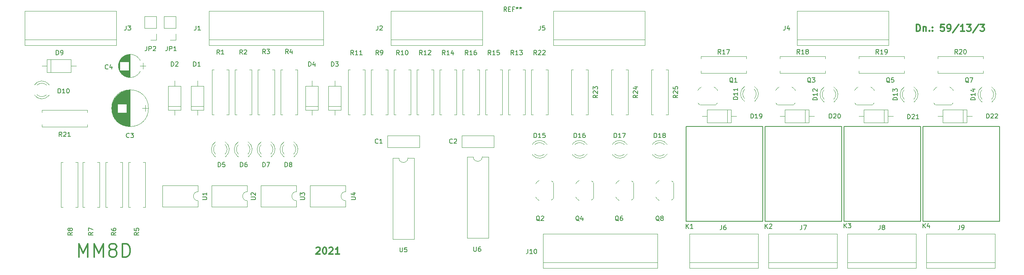
<source format=gbr>
G04 #@! TF.FileFunction,Legend,Top*
%FSLAX46Y46*%
G04 Gerber Fmt 4.6, Leading zero omitted, Abs format (unit mm)*
G04 Created by KiCad (PCBNEW 4.0.5+dfsg1-4) date Sat Mar 27 15:32:13 2021*
%MOMM*%
%LPD*%
G01*
G04 APERTURE LIST*
%ADD10C,0.100000*%
%ADD11C,0.300000*%
%ADD12C,0.120000*%
%ADD13C,0.150000*%
G04 APERTURE END LIST*
D10*
D11*
X102838572Y-121749429D02*
X102910001Y-121678000D01*
X103052858Y-121606571D01*
X103410001Y-121606571D01*
X103552858Y-121678000D01*
X103624287Y-121749429D01*
X103695715Y-121892286D01*
X103695715Y-122035143D01*
X103624287Y-122249429D01*
X102767144Y-123106571D01*
X103695715Y-123106571D01*
X104624286Y-121606571D02*
X104767143Y-121606571D01*
X104910000Y-121678000D01*
X104981429Y-121749429D01*
X105052858Y-121892286D01*
X105124286Y-122178000D01*
X105124286Y-122535143D01*
X105052858Y-122820857D01*
X104981429Y-122963714D01*
X104910000Y-123035143D01*
X104767143Y-123106571D01*
X104624286Y-123106571D01*
X104481429Y-123035143D01*
X104410000Y-122963714D01*
X104338572Y-122820857D01*
X104267143Y-122535143D01*
X104267143Y-122178000D01*
X104338572Y-121892286D01*
X104410000Y-121749429D01*
X104481429Y-121678000D01*
X104624286Y-121606571D01*
X105695714Y-121749429D02*
X105767143Y-121678000D01*
X105910000Y-121606571D01*
X106267143Y-121606571D01*
X106410000Y-121678000D01*
X106481429Y-121749429D01*
X106552857Y-121892286D01*
X106552857Y-122035143D01*
X106481429Y-122249429D01*
X105624286Y-123106571D01*
X106552857Y-123106571D01*
X107981428Y-123106571D02*
X107124285Y-123106571D01*
X107552857Y-123106571D02*
X107552857Y-121606571D01*
X107410000Y-121820857D01*
X107267142Y-121963714D01*
X107124285Y-122035143D01*
X50110144Y-123785143D02*
X50110144Y-120785143D01*
X51110144Y-122928000D01*
X52110144Y-120785143D01*
X52110144Y-123785143D01*
X53538715Y-123785143D02*
X53538715Y-120785143D01*
X54538715Y-122928000D01*
X55538715Y-120785143D01*
X55538715Y-123785143D01*
X57395857Y-122070857D02*
X57110143Y-121928000D01*
X56967286Y-121785143D01*
X56824429Y-121499429D01*
X56824429Y-121356571D01*
X56967286Y-121070857D01*
X57110143Y-120928000D01*
X57395857Y-120785143D01*
X57967286Y-120785143D01*
X58253000Y-120928000D01*
X58395857Y-121070857D01*
X58538714Y-121356571D01*
X58538714Y-121499429D01*
X58395857Y-121785143D01*
X58253000Y-121928000D01*
X57967286Y-122070857D01*
X57395857Y-122070857D01*
X57110143Y-122213714D01*
X56967286Y-122356571D01*
X56824429Y-122642286D01*
X56824429Y-123213714D01*
X56967286Y-123499429D01*
X57110143Y-123642286D01*
X57395857Y-123785143D01*
X57967286Y-123785143D01*
X58253000Y-123642286D01*
X58395857Y-123499429D01*
X58538714Y-123213714D01*
X58538714Y-122642286D01*
X58395857Y-122356571D01*
X58253000Y-122213714D01*
X57967286Y-122070857D01*
X59824429Y-123785143D02*
X59824429Y-120785143D01*
X60538714Y-120785143D01*
X60967286Y-120928000D01*
X61253000Y-121213714D01*
X61395857Y-121499429D01*
X61538714Y-122070857D01*
X61538714Y-122499429D01*
X61395857Y-123070857D01*
X61253000Y-123356571D01*
X60967286Y-123642286D01*
X60538714Y-123785143D01*
X59824429Y-123785143D01*
X236086001Y-73576571D02*
X236086001Y-72076571D01*
X236443144Y-72076571D01*
X236657429Y-72148000D01*
X236800287Y-72290857D01*
X236871715Y-72433714D01*
X236943144Y-72719429D01*
X236943144Y-72933714D01*
X236871715Y-73219429D01*
X236800287Y-73362286D01*
X236657429Y-73505143D01*
X236443144Y-73576571D01*
X236086001Y-73576571D01*
X237586001Y-72576571D02*
X237586001Y-73576571D01*
X237586001Y-72719429D02*
X237657429Y-72648000D01*
X237800287Y-72576571D01*
X238014572Y-72576571D01*
X238157429Y-72648000D01*
X238228858Y-72790857D01*
X238228858Y-73576571D01*
X238943144Y-73433714D02*
X239014572Y-73505143D01*
X238943144Y-73576571D01*
X238871715Y-73505143D01*
X238943144Y-73433714D01*
X238943144Y-73576571D01*
X239657430Y-73433714D02*
X239728858Y-73505143D01*
X239657430Y-73576571D01*
X239586001Y-73505143D01*
X239657430Y-73433714D01*
X239657430Y-73576571D01*
X239657430Y-72648000D02*
X239728858Y-72719429D01*
X239657430Y-72790857D01*
X239586001Y-72719429D01*
X239657430Y-72648000D01*
X239657430Y-72790857D01*
X242228859Y-72076571D02*
X241514573Y-72076571D01*
X241443144Y-72790857D01*
X241514573Y-72719429D01*
X241657430Y-72648000D01*
X242014573Y-72648000D01*
X242157430Y-72719429D01*
X242228859Y-72790857D01*
X242300287Y-72933714D01*
X242300287Y-73290857D01*
X242228859Y-73433714D01*
X242157430Y-73505143D01*
X242014573Y-73576571D01*
X241657430Y-73576571D01*
X241514573Y-73505143D01*
X241443144Y-73433714D01*
X243014572Y-73576571D02*
X243300287Y-73576571D01*
X243443144Y-73505143D01*
X243514572Y-73433714D01*
X243657430Y-73219429D01*
X243728858Y-72933714D01*
X243728858Y-72362286D01*
X243657430Y-72219429D01*
X243586001Y-72148000D01*
X243443144Y-72076571D01*
X243157430Y-72076571D01*
X243014572Y-72148000D01*
X242943144Y-72219429D01*
X242871715Y-72362286D01*
X242871715Y-72719429D01*
X242943144Y-72862286D01*
X243014572Y-72933714D01*
X243157430Y-73005143D01*
X243443144Y-73005143D01*
X243586001Y-72933714D01*
X243657430Y-72862286D01*
X243728858Y-72719429D01*
X245443143Y-72005143D02*
X244157429Y-73933714D01*
X246728858Y-73576571D02*
X245871715Y-73576571D01*
X246300287Y-73576571D02*
X246300287Y-72076571D01*
X246157430Y-72290857D01*
X246014572Y-72433714D01*
X245871715Y-72505143D01*
X247228858Y-72076571D02*
X248157429Y-72076571D01*
X247657429Y-72648000D01*
X247871715Y-72648000D01*
X248014572Y-72719429D01*
X248086001Y-72790857D01*
X248157429Y-72933714D01*
X248157429Y-73290857D01*
X248086001Y-73433714D01*
X248014572Y-73505143D01*
X247871715Y-73576571D01*
X247443143Y-73576571D01*
X247300286Y-73505143D01*
X247228858Y-73433714D01*
X249871714Y-72005143D02*
X248586000Y-73933714D01*
X250228858Y-72076571D02*
X251157429Y-72076571D01*
X250657429Y-72648000D01*
X250871715Y-72648000D01*
X251014572Y-72719429D01*
X251086001Y-72790857D01*
X251157429Y-72933714D01*
X251157429Y-73290857D01*
X251086001Y-73433714D01*
X251014572Y-73505143D01*
X250871715Y-73576571D01*
X250443143Y-73576571D01*
X250300286Y-73505143D01*
X250228858Y-73433714D01*
D12*
X125774000Y-99354000D02*
X118654000Y-99354000D01*
X125774000Y-96734000D02*
X118654000Y-96734000D01*
X125774000Y-99354000D02*
X125774000Y-96734000D01*
X118654000Y-99354000D02*
X118654000Y-96734000D01*
X142284000Y-99354000D02*
X135164000Y-99354000D01*
X142284000Y-96734000D02*
X135164000Y-96734000D01*
X142284000Y-99354000D02*
X142284000Y-96734000D01*
X135164000Y-99354000D02*
X135164000Y-96734000D01*
X65586000Y-90678000D02*
G75*
G03X65586000Y-90678000I-4090000J0D01*
G01*
X61496000Y-94728000D02*
X61496000Y-86628000D01*
X61456000Y-94728000D02*
X61456000Y-86628000D01*
X61416000Y-94728000D02*
X61416000Y-86628000D01*
X61376000Y-94727000D02*
X61376000Y-86629000D01*
X61336000Y-94725000D02*
X61336000Y-86631000D01*
X61296000Y-94724000D02*
X61296000Y-86632000D01*
X61256000Y-94721000D02*
X61256000Y-86635000D01*
X61216000Y-94719000D02*
X61216000Y-86637000D01*
X61176000Y-94716000D02*
X61176000Y-86640000D01*
X61136000Y-94713000D02*
X61136000Y-86643000D01*
X61096000Y-94709000D02*
X61096000Y-86647000D01*
X61056000Y-94705000D02*
X61056000Y-86651000D01*
X61016000Y-94700000D02*
X61016000Y-86656000D01*
X60976000Y-94695000D02*
X60976000Y-86661000D01*
X60936000Y-94690000D02*
X60936000Y-86666000D01*
X60896000Y-94684000D02*
X60896000Y-86672000D01*
X60856000Y-94678000D02*
X60856000Y-86678000D01*
X60816000Y-94672000D02*
X60816000Y-86684000D01*
X60775000Y-94665000D02*
X60775000Y-86691000D01*
X60735000Y-94657000D02*
X60735000Y-86699000D01*
X60695000Y-94649000D02*
X60695000Y-91658000D01*
X60695000Y-89698000D02*
X60695000Y-86707000D01*
X60655000Y-94641000D02*
X60655000Y-91658000D01*
X60655000Y-89698000D02*
X60655000Y-86715000D01*
X60615000Y-94633000D02*
X60615000Y-91658000D01*
X60615000Y-89698000D02*
X60615000Y-86723000D01*
X60575000Y-94624000D02*
X60575000Y-91658000D01*
X60575000Y-89698000D02*
X60575000Y-86732000D01*
X60535000Y-94614000D02*
X60535000Y-91658000D01*
X60535000Y-89698000D02*
X60535000Y-86742000D01*
X60495000Y-94604000D02*
X60495000Y-91658000D01*
X60495000Y-89698000D02*
X60495000Y-86752000D01*
X60455000Y-94594000D02*
X60455000Y-91658000D01*
X60455000Y-89698000D02*
X60455000Y-86762000D01*
X60415000Y-94583000D02*
X60415000Y-91658000D01*
X60415000Y-89698000D02*
X60415000Y-86773000D01*
X60375000Y-94572000D02*
X60375000Y-91658000D01*
X60375000Y-89698000D02*
X60375000Y-86784000D01*
X60335000Y-94561000D02*
X60335000Y-91658000D01*
X60335000Y-89698000D02*
X60335000Y-86795000D01*
X60295000Y-94548000D02*
X60295000Y-91658000D01*
X60295000Y-89698000D02*
X60295000Y-86808000D01*
X60255000Y-94536000D02*
X60255000Y-91658000D01*
X60255000Y-89698000D02*
X60255000Y-86820000D01*
X60215000Y-94523000D02*
X60215000Y-91658000D01*
X60215000Y-89698000D02*
X60215000Y-86833000D01*
X60175000Y-94510000D02*
X60175000Y-91658000D01*
X60175000Y-89698000D02*
X60175000Y-86846000D01*
X60135000Y-94496000D02*
X60135000Y-91658000D01*
X60135000Y-89698000D02*
X60135000Y-86860000D01*
X60095000Y-94481000D02*
X60095000Y-91658000D01*
X60095000Y-89698000D02*
X60095000Y-86875000D01*
X60055000Y-94467000D02*
X60055000Y-91658000D01*
X60055000Y-89698000D02*
X60055000Y-86889000D01*
X60015000Y-94451000D02*
X60015000Y-91658000D01*
X60015000Y-89698000D02*
X60015000Y-86905000D01*
X59975000Y-94436000D02*
X59975000Y-91658000D01*
X59975000Y-89698000D02*
X59975000Y-86920000D01*
X59935000Y-94419000D02*
X59935000Y-91658000D01*
X59935000Y-89698000D02*
X59935000Y-86937000D01*
X59895000Y-94403000D02*
X59895000Y-91658000D01*
X59895000Y-89698000D02*
X59895000Y-86953000D01*
X59855000Y-94385000D02*
X59855000Y-91658000D01*
X59855000Y-89698000D02*
X59855000Y-86971000D01*
X59815000Y-94368000D02*
X59815000Y-91658000D01*
X59815000Y-89698000D02*
X59815000Y-86988000D01*
X59775000Y-94349000D02*
X59775000Y-91658000D01*
X59775000Y-89698000D02*
X59775000Y-87007000D01*
X59735000Y-94330000D02*
X59735000Y-91658000D01*
X59735000Y-89698000D02*
X59735000Y-87026000D01*
X59695000Y-94311000D02*
X59695000Y-91658000D01*
X59695000Y-89698000D02*
X59695000Y-87045000D01*
X59655000Y-94291000D02*
X59655000Y-91658000D01*
X59655000Y-89698000D02*
X59655000Y-87065000D01*
X59615000Y-94271000D02*
X59615000Y-91658000D01*
X59615000Y-89698000D02*
X59615000Y-87085000D01*
X59575000Y-94250000D02*
X59575000Y-91658000D01*
X59575000Y-89698000D02*
X59575000Y-87106000D01*
X59535000Y-94228000D02*
X59535000Y-91658000D01*
X59535000Y-89698000D02*
X59535000Y-87128000D01*
X59495000Y-94206000D02*
X59495000Y-91658000D01*
X59495000Y-89698000D02*
X59495000Y-87150000D01*
X59455000Y-94183000D02*
X59455000Y-91658000D01*
X59455000Y-89698000D02*
X59455000Y-87173000D01*
X59415000Y-94160000D02*
X59415000Y-91658000D01*
X59415000Y-89698000D02*
X59415000Y-87196000D01*
X59375000Y-94136000D02*
X59375000Y-91658000D01*
X59375000Y-89698000D02*
X59375000Y-87220000D01*
X59335000Y-94112000D02*
X59335000Y-91658000D01*
X59335000Y-89698000D02*
X59335000Y-87244000D01*
X59295000Y-94086000D02*
X59295000Y-91658000D01*
X59295000Y-89698000D02*
X59295000Y-87270000D01*
X59255000Y-94061000D02*
X59255000Y-91658000D01*
X59255000Y-89698000D02*
X59255000Y-87295000D01*
X59215000Y-94034000D02*
X59215000Y-91658000D01*
X59215000Y-89698000D02*
X59215000Y-87322000D01*
X59175000Y-94007000D02*
X59175000Y-91658000D01*
X59175000Y-89698000D02*
X59175000Y-87349000D01*
X59135000Y-93979000D02*
X59135000Y-91658000D01*
X59135000Y-89698000D02*
X59135000Y-87377000D01*
X59095000Y-93950000D02*
X59095000Y-91658000D01*
X59095000Y-89698000D02*
X59095000Y-87406000D01*
X59055000Y-93921000D02*
X59055000Y-91658000D01*
X59055000Y-89698000D02*
X59055000Y-87435000D01*
X59015000Y-93891000D02*
X59015000Y-91658000D01*
X59015000Y-89698000D02*
X59015000Y-87465000D01*
X58975000Y-93860000D02*
X58975000Y-91658000D01*
X58975000Y-89698000D02*
X58975000Y-87496000D01*
X58935000Y-93828000D02*
X58935000Y-91658000D01*
X58935000Y-89698000D02*
X58935000Y-87528000D01*
X58895000Y-93796000D02*
X58895000Y-91658000D01*
X58895000Y-89698000D02*
X58895000Y-87560000D01*
X58855000Y-93762000D02*
X58855000Y-91658000D01*
X58855000Y-89698000D02*
X58855000Y-87594000D01*
X58815000Y-93728000D02*
X58815000Y-91658000D01*
X58815000Y-89698000D02*
X58815000Y-87628000D01*
X58775000Y-93693000D02*
X58775000Y-91658000D01*
X58775000Y-89698000D02*
X58775000Y-87663000D01*
X58735000Y-93657000D02*
X58735000Y-87699000D01*
X58695000Y-93620000D02*
X58695000Y-87736000D01*
X58655000Y-93582000D02*
X58655000Y-87774000D01*
X58615000Y-93543000D02*
X58615000Y-87813000D01*
X58575000Y-93502000D02*
X58575000Y-87854000D01*
X58535000Y-93461000D02*
X58535000Y-87895000D01*
X58495000Y-93418000D02*
X58495000Y-87938000D01*
X58455000Y-93375000D02*
X58455000Y-87981000D01*
X58415000Y-93330000D02*
X58415000Y-88026000D01*
X58375000Y-93283000D02*
X58375000Y-88073000D01*
X58335000Y-93235000D02*
X58335000Y-88121000D01*
X58295000Y-93186000D02*
X58295000Y-88170000D01*
X58255000Y-93135000D02*
X58255000Y-88221000D01*
X58215000Y-93082000D02*
X58215000Y-88274000D01*
X58175000Y-93027000D02*
X58175000Y-88329000D01*
X58135000Y-92971000D02*
X58135000Y-88385000D01*
X58095000Y-92912000D02*
X58095000Y-88444000D01*
X58055000Y-92851000D02*
X58055000Y-88505000D01*
X58015000Y-92787000D02*
X58015000Y-88569000D01*
X57975000Y-92721000D02*
X57975000Y-88635000D01*
X57935000Y-92652000D02*
X57935000Y-88704000D01*
X57895000Y-92580000D02*
X57895000Y-88776000D01*
X57855000Y-92504000D02*
X57855000Y-88852000D01*
X57815000Y-92423000D02*
X57815000Y-88933000D01*
X57775000Y-92338000D02*
X57775000Y-89018000D01*
X57735000Y-92248000D02*
X57735000Y-89108000D01*
X57695000Y-92151000D02*
X57695000Y-89205000D01*
X57655000Y-92047000D02*
X57655000Y-89309000D01*
X57615000Y-91932000D02*
X57615000Y-89424000D01*
X57575000Y-91805000D02*
X57575000Y-89551000D01*
X57535000Y-91661000D02*
X57535000Y-89695000D01*
X57495000Y-91492000D02*
X57495000Y-89864000D01*
X57455000Y-91276000D02*
X57455000Y-90080000D01*
X57415000Y-90924000D02*
X57415000Y-90432000D01*
X65446000Y-90678000D02*
X64246000Y-90678000D01*
X64846000Y-91328000D02*
X64846000Y-90028000D01*
X75044000Y-91052000D02*
X77864000Y-91052000D01*
X77864000Y-91052000D02*
X77864000Y-85732000D01*
X77864000Y-85732000D02*
X75044000Y-85732000D01*
X75044000Y-85732000D02*
X75044000Y-91052000D01*
X76454000Y-92192000D02*
X76454000Y-91052000D01*
X76454000Y-84592000D02*
X76454000Y-85732000D01*
X75044000Y-90212000D02*
X77864000Y-90212000D01*
X80455392Y-98149665D02*
G75*
G03X80298484Y-101382000I1078608J-1672335D01*
G01*
X82612608Y-98149665D02*
G75*
G02X82769516Y-101382000I-1078608J-1672335D01*
G01*
X80454163Y-98780870D02*
G75*
G03X80454000Y-100862961I1079837J-1041130D01*
G01*
X82613837Y-98780870D02*
G75*
G02X82614000Y-100862961I-1079837J-1041130D01*
G01*
X80298000Y-101382000D02*
X80454000Y-101382000D01*
X82614000Y-101382000D02*
X82770000Y-101382000D01*
X85535392Y-98149665D02*
G75*
G03X85378484Y-101382000I1078608J-1672335D01*
G01*
X87692608Y-98149665D02*
G75*
G02X87849516Y-101382000I-1078608J-1672335D01*
G01*
X85534163Y-98780870D02*
G75*
G03X85534000Y-100862961I1079837J-1041130D01*
G01*
X87693837Y-98780870D02*
G75*
G02X87694000Y-100862961I-1079837J-1041130D01*
G01*
X85378000Y-101382000D02*
X85534000Y-101382000D01*
X87694000Y-101382000D02*
X87850000Y-101382000D01*
X90615392Y-98149665D02*
G75*
G03X90458484Y-101382000I1078608J-1672335D01*
G01*
X92772608Y-98149665D02*
G75*
G02X92929516Y-101382000I-1078608J-1672335D01*
G01*
X90614163Y-98780870D02*
G75*
G03X90614000Y-100862961I1079837J-1041130D01*
G01*
X92773837Y-98780870D02*
G75*
G02X92774000Y-100862961I-1079837J-1041130D01*
G01*
X90458000Y-101382000D02*
X90614000Y-101382000D01*
X92774000Y-101382000D02*
X92930000Y-101382000D01*
X95695392Y-98149665D02*
G75*
G03X95538484Y-101382000I1078608J-1672335D01*
G01*
X97852608Y-98149665D02*
G75*
G02X98009516Y-101382000I-1078608J-1672335D01*
G01*
X95694163Y-98780870D02*
G75*
G03X95694000Y-100862961I1079837J-1041130D01*
G01*
X97853837Y-98780870D02*
G75*
G02X97854000Y-100862961I-1079837J-1041130D01*
G01*
X95538000Y-101382000D02*
X95694000Y-101382000D01*
X97854000Y-101382000D02*
X98010000Y-101382000D01*
X197930392Y-85830665D02*
G75*
G03X197773484Y-89063000I1078608J-1672335D01*
G01*
X200087608Y-85830665D02*
G75*
G02X200244516Y-89063000I-1078608J-1672335D01*
G01*
X197929163Y-86461870D02*
G75*
G03X197929000Y-88543961I1079837J-1041130D01*
G01*
X200088837Y-86461870D02*
G75*
G02X200089000Y-88543961I-1079837J-1041130D01*
G01*
X197773000Y-89063000D02*
X197929000Y-89063000D01*
X200089000Y-89063000D02*
X200245000Y-89063000D01*
X215583392Y-85957665D02*
G75*
G03X215426484Y-89190000I1078608J-1672335D01*
G01*
X217740608Y-85957665D02*
G75*
G02X217897516Y-89190000I-1078608J-1672335D01*
G01*
X215582163Y-86588870D02*
G75*
G03X215582000Y-88670961I1079837J-1041130D01*
G01*
X217741837Y-86588870D02*
G75*
G02X217742000Y-88670961I-1079837J-1041130D01*
G01*
X215426000Y-89190000D02*
X215582000Y-89190000D01*
X217742000Y-89190000D02*
X217898000Y-89190000D01*
X233363392Y-85957665D02*
G75*
G03X233206484Y-89190000I1078608J-1672335D01*
G01*
X235520608Y-85957665D02*
G75*
G02X235677516Y-89190000I-1078608J-1672335D01*
G01*
X233362163Y-86588870D02*
G75*
G03X233362000Y-88670961I1079837J-1041130D01*
G01*
X235521837Y-86588870D02*
G75*
G02X235522000Y-88670961I-1079837J-1041130D01*
G01*
X233206000Y-89190000D02*
X233362000Y-89190000D01*
X235522000Y-89190000D02*
X235678000Y-89190000D01*
X250635392Y-85957665D02*
G75*
G03X250478484Y-89190000I1078608J-1672335D01*
G01*
X252792608Y-85957665D02*
G75*
G02X252949516Y-89190000I-1078608J-1672335D01*
G01*
X250634163Y-86588870D02*
G75*
G03X250634000Y-88670961I1079837J-1041130D01*
G01*
X252793837Y-86588870D02*
G75*
G02X252794000Y-88670961I-1079837J-1041130D01*
G01*
X250478000Y-89190000D02*
X250634000Y-89190000D01*
X252794000Y-89190000D02*
X252950000Y-89190000D01*
X194938000Y-93866000D02*
X194938000Y-91046000D01*
X194938000Y-91046000D02*
X189618000Y-91046000D01*
X189618000Y-91046000D02*
X189618000Y-93866000D01*
X189618000Y-93866000D02*
X194938000Y-93866000D01*
X196078000Y-92456000D02*
X194938000Y-92456000D01*
X188478000Y-92456000D02*
X189618000Y-92456000D01*
X194098000Y-93866000D02*
X194098000Y-91046000D01*
X78994000Y-76708000D02*
X104394000Y-76708000D01*
X78994000Y-75438000D02*
X104394000Y-75438000D01*
X78994000Y-69088000D02*
X104394000Y-69088000D01*
X104394000Y-69088000D02*
X104394000Y-76708000D01*
X78994000Y-69088000D02*
X78994000Y-76708000D01*
X119380000Y-69088000D02*
X119380000Y-76708000D01*
X139700000Y-76708000D02*
X139700000Y-69088000D01*
X139700000Y-75438000D02*
X119380000Y-75438000D01*
X119380000Y-69088000D02*
X139700000Y-69088000D01*
X119380000Y-76708000D02*
X139700000Y-76708000D01*
X38100000Y-69088000D02*
X38100000Y-76708000D01*
X58420000Y-76708000D02*
X58420000Y-69088000D01*
X58420000Y-75438000D02*
X38100000Y-75438000D01*
X38100000Y-69088000D02*
X58420000Y-69088000D01*
X38100000Y-76708000D02*
X58420000Y-76708000D01*
X209550000Y-69088000D02*
X209550000Y-76708000D01*
X229870000Y-76708000D02*
X229870000Y-69088000D01*
X229870000Y-75438000D02*
X209550000Y-75438000D01*
X209550000Y-69088000D02*
X229870000Y-69088000D01*
X209550000Y-76708000D02*
X229870000Y-76708000D01*
X155448000Y-69088000D02*
X155448000Y-76708000D01*
X175768000Y-76708000D02*
X175768000Y-69088000D01*
X175768000Y-75438000D02*
X155448000Y-75438000D01*
X155448000Y-69088000D02*
X175768000Y-69088000D01*
X155448000Y-76708000D02*
X175768000Y-76708000D01*
X185674000Y-126238000D02*
X185674000Y-118618000D01*
X200914000Y-126238000D02*
X200914000Y-118618000D01*
X185674000Y-124968000D02*
X200914000Y-124968000D01*
X185674000Y-118618000D02*
X200914000Y-118618000D01*
X185674000Y-126238000D02*
X200914000Y-126238000D01*
X203200000Y-126238000D02*
X203200000Y-118618000D01*
X218440000Y-126238000D02*
X218440000Y-118618000D01*
X203200000Y-124968000D02*
X218440000Y-124968000D01*
X203200000Y-118618000D02*
X218440000Y-118618000D01*
X203200000Y-126238000D02*
X218440000Y-126238000D01*
X220726000Y-126238000D02*
X220726000Y-118618000D01*
X235966000Y-126238000D02*
X235966000Y-118618000D01*
X220726000Y-124968000D02*
X235966000Y-124968000D01*
X220726000Y-118618000D02*
X235966000Y-118618000D01*
X220726000Y-126238000D02*
X235966000Y-126238000D01*
X238252000Y-126238000D02*
X238252000Y-118618000D01*
X253492000Y-126238000D02*
X253492000Y-118618000D01*
X238252000Y-124968000D02*
X253492000Y-124968000D01*
X238252000Y-118618000D02*
X253492000Y-118618000D01*
X238252000Y-126238000D02*
X253492000Y-126238000D01*
X153162000Y-126238000D02*
X178562000Y-126238000D01*
X153162000Y-124968000D02*
X178562000Y-124968000D01*
X153162000Y-118618000D02*
X178562000Y-118618000D01*
X178562000Y-118618000D02*
X178562000Y-126238000D01*
X153162000Y-118618000D02*
X153162000Y-126238000D01*
X71688000Y-72898000D02*
X71688000Y-70298000D01*
X71688000Y-70298000D02*
X69028000Y-70298000D01*
X69028000Y-70298000D02*
X69028000Y-72898000D01*
X69028000Y-72898000D02*
X71688000Y-72898000D01*
X71688000Y-74168000D02*
X71688000Y-75498000D01*
X71688000Y-75498000D02*
X70358000Y-75498000D01*
X67370000Y-72898000D02*
X67370000Y-70298000D01*
X67370000Y-70298000D02*
X64710000Y-70298000D01*
X64710000Y-70298000D02*
X64710000Y-72898000D01*
X64710000Y-72898000D02*
X67370000Y-72898000D01*
X67370000Y-74168000D02*
X67370000Y-75498000D01*
X67370000Y-75498000D02*
X66040000Y-75498000D01*
D13*
X201930000Y-96012000D02*
X201930000Y-94742000D01*
X201930000Y-94742000D02*
X184912000Y-94742000D01*
X184912000Y-94742000D02*
X184912000Y-115824000D01*
X184912000Y-115824000D02*
X201930000Y-115824000D01*
X201930000Y-115824000D02*
X201930000Y-96012000D01*
X219456000Y-96012000D02*
X219456000Y-94742000D01*
X219456000Y-94742000D02*
X202438000Y-94742000D01*
X202438000Y-94742000D02*
X202438000Y-115824000D01*
X202438000Y-115824000D02*
X219456000Y-115824000D01*
X219456000Y-115824000D02*
X219456000Y-96012000D01*
X236982000Y-96012000D02*
X236982000Y-94742000D01*
X236982000Y-94742000D02*
X219964000Y-94742000D01*
X219964000Y-94742000D02*
X219964000Y-115824000D01*
X219964000Y-115824000D02*
X236982000Y-115824000D01*
X236982000Y-115824000D02*
X236982000Y-96012000D01*
X254508000Y-96012000D02*
X254508000Y-94742000D01*
X254508000Y-94742000D02*
X237490000Y-94742000D01*
X237490000Y-94742000D02*
X237490000Y-115824000D01*
X237490000Y-115824000D02*
X254508000Y-115824000D01*
X254508000Y-115824000D02*
X254508000Y-96012000D01*
D12*
X188038000Y-89938000D02*
X191438000Y-89938000D01*
X188287857Y-85988087D02*
G75*
G03X187488000Y-86788000I1250143J-2049913D01*
G01*
X191188143Y-85988087D02*
G75*
G02X191988000Y-86788000I-1250143J-2049913D01*
G01*
X187599377Y-89512368D02*
G75*
G03X187938000Y-89938000I2038623J1274368D01*
G01*
X191876623Y-89512368D02*
G75*
G02X191538000Y-89938000I-2038623J1274368D01*
G01*
X205310000Y-89938000D02*
X208710000Y-89938000D01*
X205559857Y-85988087D02*
G75*
G03X204760000Y-86788000I1250143J-2049913D01*
G01*
X208460143Y-85988087D02*
G75*
G02X209260000Y-86788000I-1250143J-2049913D01*
G01*
X204871377Y-89512368D02*
G75*
G03X205210000Y-89938000I2038623J1274368D01*
G01*
X209148623Y-89512368D02*
G75*
G02X208810000Y-89938000I-2038623J1274368D01*
G01*
X222836000Y-89938000D02*
X226236000Y-89938000D01*
X223085857Y-85988087D02*
G75*
G03X222286000Y-86788000I1250143J-2049913D01*
G01*
X225986143Y-85988087D02*
G75*
G02X226786000Y-86788000I-1250143J-2049913D01*
G01*
X222397377Y-89512368D02*
G75*
G03X222736000Y-89938000I2038623J1274368D01*
G01*
X226674623Y-89512368D02*
G75*
G02X226336000Y-89938000I-2038623J1274368D01*
G01*
X240362000Y-89938000D02*
X243762000Y-89938000D01*
X240611857Y-85988087D02*
G75*
G03X239812000Y-86788000I1250143J-2049913D01*
G01*
X243512143Y-85988087D02*
G75*
G02X244312000Y-86788000I-1250143J-2049913D01*
G01*
X239923377Y-89512368D02*
G75*
G03X240262000Y-89938000I2038623J1274368D01*
G01*
X244200623Y-89512368D02*
G75*
G02X243862000Y-89938000I-2038623J1274368D01*
G01*
X80154000Y-92132000D02*
X79674000Y-92132000D01*
X79674000Y-92132000D02*
X79674000Y-82112000D01*
X79674000Y-82112000D02*
X80154000Y-82112000D01*
X82914000Y-92132000D02*
X83394000Y-92132000D01*
X83394000Y-92132000D02*
X83394000Y-82112000D01*
X83394000Y-82112000D02*
X82914000Y-82112000D01*
X64372000Y-102686000D02*
X64852000Y-102686000D01*
X64852000Y-102686000D02*
X64852000Y-112706000D01*
X64852000Y-112706000D02*
X64372000Y-112706000D01*
X61612000Y-102686000D02*
X61132000Y-102686000D01*
X61132000Y-102686000D02*
X61132000Y-112706000D01*
X61132000Y-112706000D02*
X61612000Y-112706000D01*
X59292000Y-102686000D02*
X59772000Y-102686000D01*
X59772000Y-102686000D02*
X59772000Y-112706000D01*
X59772000Y-112706000D02*
X59292000Y-112706000D01*
X56532000Y-102686000D02*
X56052000Y-102686000D01*
X56052000Y-102686000D02*
X56052000Y-112706000D01*
X56052000Y-112706000D02*
X56532000Y-112706000D01*
X54212000Y-102686000D02*
X54692000Y-102686000D01*
X54692000Y-102686000D02*
X54692000Y-112706000D01*
X54692000Y-112706000D02*
X54212000Y-112706000D01*
X51452000Y-102686000D02*
X50972000Y-102686000D01*
X50972000Y-102686000D02*
X50972000Y-112706000D01*
X50972000Y-112706000D02*
X51452000Y-112706000D01*
X49386000Y-102686000D02*
X49866000Y-102686000D01*
X49866000Y-102686000D02*
X49866000Y-112706000D01*
X49866000Y-112706000D02*
X49386000Y-112706000D01*
X46626000Y-102686000D02*
X46146000Y-102686000D01*
X46146000Y-102686000D02*
X46146000Y-112706000D01*
X46146000Y-112706000D02*
X46626000Y-112706000D01*
X188284000Y-79646000D02*
X188284000Y-79166000D01*
X188284000Y-79166000D02*
X198304000Y-79166000D01*
X198304000Y-79166000D02*
X198304000Y-79646000D01*
X188284000Y-82406000D02*
X188284000Y-82886000D01*
X188284000Y-82886000D02*
X198304000Y-82886000D01*
X198304000Y-82886000D02*
X198304000Y-82406000D01*
X76574000Y-109236000D02*
X76574000Y-107866000D01*
X76574000Y-107866000D02*
X68714000Y-107866000D01*
X68714000Y-107866000D02*
X68714000Y-112606000D01*
X68714000Y-112606000D02*
X76574000Y-112606000D01*
X76574000Y-112606000D02*
X76574000Y-111236000D01*
X76574000Y-111236000D02*
G75*
G02X76574000Y-109236000I0J1000000D01*
G01*
X87496000Y-109236000D02*
X87496000Y-107866000D01*
X87496000Y-107866000D02*
X79636000Y-107866000D01*
X79636000Y-107866000D02*
X79636000Y-112606000D01*
X79636000Y-112606000D02*
X87496000Y-112606000D01*
X87496000Y-112606000D02*
X87496000Y-111236000D01*
X87496000Y-111236000D02*
G75*
G02X87496000Y-109236000I0J1000000D01*
G01*
X98418000Y-109236000D02*
X98418000Y-107866000D01*
X98418000Y-107866000D02*
X90558000Y-107866000D01*
X90558000Y-107866000D02*
X90558000Y-112606000D01*
X90558000Y-112606000D02*
X98418000Y-112606000D01*
X98418000Y-112606000D02*
X98418000Y-111236000D01*
X98418000Y-111236000D02*
G75*
G02X98418000Y-109236000I0J1000000D01*
G01*
X109340000Y-109236000D02*
X109340000Y-107866000D01*
X109340000Y-107866000D02*
X101480000Y-107866000D01*
X101480000Y-107866000D02*
X101480000Y-112606000D01*
X101480000Y-112606000D02*
X109340000Y-112606000D01*
X109340000Y-112606000D02*
X109340000Y-111236000D01*
X109340000Y-111236000D02*
G75*
G02X109340000Y-109236000I0J1000000D01*
G01*
X121174000Y-101734000D02*
X119804000Y-101734000D01*
X119804000Y-101734000D02*
X119804000Y-119754000D01*
X119804000Y-119754000D02*
X124544000Y-119754000D01*
X124544000Y-119754000D02*
X124544000Y-101734000D01*
X124544000Y-101734000D02*
X123174000Y-101734000D01*
X123174000Y-101734000D02*
G75*
G02X121174000Y-101734000I-1000000J0D01*
G01*
X137684000Y-101480000D02*
X136314000Y-101480000D01*
X136314000Y-101480000D02*
X136314000Y-119500000D01*
X136314000Y-119500000D02*
X141054000Y-119500000D01*
X141054000Y-119500000D02*
X141054000Y-101480000D01*
X141054000Y-101480000D02*
X139684000Y-101480000D01*
X139684000Y-101480000D02*
G75*
G02X137684000Y-101480000I-1000000J0D01*
G01*
X40237665Y-87692608D02*
G75*
G03X43470000Y-87849516I1672335J1078608D01*
G01*
X40237665Y-85535392D02*
G75*
G02X43470000Y-85378484I1672335J-1078608D01*
G01*
X40868870Y-87693837D02*
G75*
G03X42950961Y-87694000I1041130J1079837D01*
G01*
X40868870Y-85534163D02*
G75*
G02X42950961Y-85534000I1041130J-1079837D01*
G01*
X43470000Y-87850000D02*
X43470000Y-87694000D01*
X43470000Y-85534000D02*
X43470000Y-85378000D01*
X138540000Y-82112000D02*
X139020000Y-82112000D01*
X139020000Y-82112000D02*
X139020000Y-92132000D01*
X139020000Y-92132000D02*
X138540000Y-92132000D01*
X135780000Y-82112000D02*
X135300000Y-82112000D01*
X135300000Y-82112000D02*
X135300000Y-92132000D01*
X135300000Y-92132000D02*
X135780000Y-92132000D01*
X59182278Y-82459723D02*
G75*
G03X63793580Y-82460000I2305722J1179723D01*
G01*
X59182278Y-80100277D02*
G75*
G02X63793580Y-80100000I2305722J-1179723D01*
G01*
X59182278Y-80100277D02*
G75*
G03X59182420Y-82460000I2305722J-1179723D01*
G01*
X61488000Y-83830000D02*
X61488000Y-78730000D01*
X61448000Y-83830000D02*
X61448000Y-78730000D01*
X61408000Y-83829000D02*
X61408000Y-78731000D01*
X61368000Y-83828000D02*
X61368000Y-78732000D01*
X61328000Y-83826000D02*
X61328000Y-78734000D01*
X61288000Y-83823000D02*
X61288000Y-78737000D01*
X61248000Y-83819000D02*
X61248000Y-78741000D01*
X61208000Y-83815000D02*
X61208000Y-82260000D01*
X61208000Y-80300000D02*
X61208000Y-78745000D01*
X61168000Y-83811000D02*
X61168000Y-82260000D01*
X61168000Y-80300000D02*
X61168000Y-78749000D01*
X61128000Y-83805000D02*
X61128000Y-82260000D01*
X61128000Y-80300000D02*
X61128000Y-78755000D01*
X61088000Y-83799000D02*
X61088000Y-82260000D01*
X61088000Y-80300000D02*
X61088000Y-78761000D01*
X61048000Y-83793000D02*
X61048000Y-82260000D01*
X61048000Y-80300000D02*
X61048000Y-78767000D01*
X61008000Y-83786000D02*
X61008000Y-82260000D01*
X61008000Y-80300000D02*
X61008000Y-78774000D01*
X60968000Y-83778000D02*
X60968000Y-82260000D01*
X60968000Y-80300000D02*
X60968000Y-78782000D01*
X60928000Y-83769000D02*
X60928000Y-82260000D01*
X60928000Y-80300000D02*
X60928000Y-78791000D01*
X60888000Y-83760000D02*
X60888000Y-82260000D01*
X60888000Y-80300000D02*
X60888000Y-78800000D01*
X60848000Y-83750000D02*
X60848000Y-82260000D01*
X60848000Y-80300000D02*
X60848000Y-78810000D01*
X60808000Y-83740000D02*
X60808000Y-82260000D01*
X60808000Y-80300000D02*
X60808000Y-78820000D01*
X60767000Y-83728000D02*
X60767000Y-82260000D01*
X60767000Y-80300000D02*
X60767000Y-78832000D01*
X60727000Y-83716000D02*
X60727000Y-82260000D01*
X60727000Y-80300000D02*
X60727000Y-78844000D01*
X60687000Y-83704000D02*
X60687000Y-82260000D01*
X60687000Y-80300000D02*
X60687000Y-78856000D01*
X60647000Y-83690000D02*
X60647000Y-82260000D01*
X60647000Y-80300000D02*
X60647000Y-78870000D01*
X60607000Y-83676000D02*
X60607000Y-82260000D01*
X60607000Y-80300000D02*
X60607000Y-78884000D01*
X60567000Y-83662000D02*
X60567000Y-82260000D01*
X60567000Y-80300000D02*
X60567000Y-78898000D01*
X60527000Y-83646000D02*
X60527000Y-82260000D01*
X60527000Y-80300000D02*
X60527000Y-78914000D01*
X60487000Y-83630000D02*
X60487000Y-82260000D01*
X60487000Y-80300000D02*
X60487000Y-78930000D01*
X60447000Y-83613000D02*
X60447000Y-82260000D01*
X60447000Y-80300000D02*
X60447000Y-78947000D01*
X60407000Y-83595000D02*
X60407000Y-82260000D01*
X60407000Y-80300000D02*
X60407000Y-78965000D01*
X60367000Y-83576000D02*
X60367000Y-82260000D01*
X60367000Y-80300000D02*
X60367000Y-78984000D01*
X60327000Y-83556000D02*
X60327000Y-82260000D01*
X60327000Y-80300000D02*
X60327000Y-79004000D01*
X60287000Y-83536000D02*
X60287000Y-82260000D01*
X60287000Y-80300000D02*
X60287000Y-79024000D01*
X60247000Y-83514000D02*
X60247000Y-82260000D01*
X60247000Y-80300000D02*
X60247000Y-79046000D01*
X60207000Y-83492000D02*
X60207000Y-82260000D01*
X60207000Y-80300000D02*
X60207000Y-79068000D01*
X60167000Y-83469000D02*
X60167000Y-82260000D01*
X60167000Y-80300000D02*
X60167000Y-79091000D01*
X60127000Y-83445000D02*
X60127000Y-82260000D01*
X60127000Y-80300000D02*
X60127000Y-79115000D01*
X60087000Y-83420000D02*
X60087000Y-82260000D01*
X60087000Y-80300000D02*
X60087000Y-79140000D01*
X60047000Y-83393000D02*
X60047000Y-82260000D01*
X60047000Y-80300000D02*
X60047000Y-79167000D01*
X60007000Y-83366000D02*
X60007000Y-82260000D01*
X60007000Y-80300000D02*
X60007000Y-79194000D01*
X59967000Y-83338000D02*
X59967000Y-82260000D01*
X59967000Y-80300000D02*
X59967000Y-79222000D01*
X59927000Y-83308000D02*
X59927000Y-82260000D01*
X59927000Y-80300000D02*
X59927000Y-79252000D01*
X59887000Y-83277000D02*
X59887000Y-82260000D01*
X59887000Y-80300000D02*
X59887000Y-79283000D01*
X59847000Y-83245000D02*
X59847000Y-82260000D01*
X59847000Y-80300000D02*
X59847000Y-79315000D01*
X59807000Y-83212000D02*
X59807000Y-82260000D01*
X59807000Y-80300000D02*
X59807000Y-79348000D01*
X59767000Y-83177000D02*
X59767000Y-82260000D01*
X59767000Y-80300000D02*
X59767000Y-79383000D01*
X59727000Y-83141000D02*
X59727000Y-82260000D01*
X59727000Y-80300000D02*
X59727000Y-79419000D01*
X59687000Y-83103000D02*
X59687000Y-82260000D01*
X59687000Y-80300000D02*
X59687000Y-79457000D01*
X59647000Y-83063000D02*
X59647000Y-82260000D01*
X59647000Y-80300000D02*
X59647000Y-79497000D01*
X59607000Y-83022000D02*
X59607000Y-82260000D01*
X59607000Y-80300000D02*
X59607000Y-79538000D01*
X59567000Y-82979000D02*
X59567000Y-82260000D01*
X59567000Y-80300000D02*
X59567000Y-79581000D01*
X59527000Y-82934000D02*
X59527000Y-82260000D01*
X59527000Y-80300000D02*
X59527000Y-79626000D01*
X59487000Y-82886000D02*
X59487000Y-82260000D01*
X59487000Y-80300000D02*
X59487000Y-79674000D01*
X59447000Y-82836000D02*
X59447000Y-82260000D01*
X59447000Y-80300000D02*
X59447000Y-79724000D01*
X59407000Y-82784000D02*
X59407000Y-82260000D01*
X59407000Y-80300000D02*
X59407000Y-79776000D01*
X59367000Y-82728000D02*
X59367000Y-82260000D01*
X59367000Y-80300000D02*
X59367000Y-79832000D01*
X59327000Y-82670000D02*
X59327000Y-82260000D01*
X59327000Y-80300000D02*
X59327000Y-79890000D01*
X59287000Y-82607000D02*
X59287000Y-82260000D01*
X59287000Y-80300000D02*
X59287000Y-79953000D01*
X59247000Y-82541000D02*
X59247000Y-80019000D01*
X59207000Y-82469000D02*
X59207000Y-80091000D01*
X59167000Y-82392000D02*
X59167000Y-80168000D01*
X59127000Y-82308000D02*
X59127000Y-80252000D01*
X59087000Y-82214000D02*
X59087000Y-80346000D01*
X59047000Y-82109000D02*
X59047000Y-80451000D01*
X59007000Y-81987000D02*
X59007000Y-80573000D01*
X58967000Y-81839000D02*
X58967000Y-80721000D01*
X58927000Y-81634000D02*
X58927000Y-80926000D01*
X64938000Y-81280000D02*
X63738000Y-81280000D01*
X64338000Y-81930000D02*
X64338000Y-80630000D01*
X69964000Y-91052000D02*
X72784000Y-91052000D01*
X72784000Y-91052000D02*
X72784000Y-85732000D01*
X72784000Y-85732000D02*
X69964000Y-85732000D01*
X69964000Y-85732000D02*
X69964000Y-91052000D01*
X71374000Y-92192000D02*
X71374000Y-91052000D01*
X71374000Y-84592000D02*
X71374000Y-85732000D01*
X69964000Y-90212000D02*
X72784000Y-90212000D01*
X105524000Y-91052000D02*
X108344000Y-91052000D01*
X108344000Y-91052000D02*
X108344000Y-85732000D01*
X108344000Y-85732000D02*
X105524000Y-85732000D01*
X105524000Y-85732000D02*
X105524000Y-91052000D01*
X106934000Y-92192000D02*
X106934000Y-91052000D01*
X106934000Y-84592000D02*
X106934000Y-85732000D01*
X105524000Y-90212000D02*
X108344000Y-90212000D01*
X100444000Y-91052000D02*
X103264000Y-91052000D01*
X103264000Y-91052000D02*
X103264000Y-85732000D01*
X103264000Y-85732000D02*
X100444000Y-85732000D01*
X100444000Y-85732000D02*
X100444000Y-91052000D01*
X101854000Y-92192000D02*
X101854000Y-91052000D01*
X101854000Y-84592000D02*
X101854000Y-85732000D01*
X100444000Y-90212000D02*
X103264000Y-90212000D01*
X43060000Y-79870000D02*
X43060000Y-82690000D01*
X43060000Y-82690000D02*
X48380000Y-82690000D01*
X48380000Y-82690000D02*
X48380000Y-79870000D01*
X48380000Y-79870000D02*
X43060000Y-79870000D01*
X41920000Y-81280000D02*
X43060000Y-81280000D01*
X49520000Y-81280000D02*
X48380000Y-81280000D01*
X43900000Y-79870000D02*
X43900000Y-82690000D01*
X85234000Y-92132000D02*
X84754000Y-92132000D01*
X84754000Y-92132000D02*
X84754000Y-82112000D01*
X84754000Y-82112000D02*
X85234000Y-82112000D01*
X87994000Y-92132000D02*
X88474000Y-92132000D01*
X88474000Y-92132000D02*
X88474000Y-82112000D01*
X88474000Y-82112000D02*
X87994000Y-82112000D01*
X90314000Y-92132000D02*
X89834000Y-92132000D01*
X89834000Y-92132000D02*
X89834000Y-82112000D01*
X89834000Y-82112000D02*
X90314000Y-82112000D01*
X93074000Y-92132000D02*
X93554000Y-92132000D01*
X93554000Y-92132000D02*
X93554000Y-82112000D01*
X93554000Y-82112000D02*
X93074000Y-82112000D01*
X95394000Y-92132000D02*
X94914000Y-92132000D01*
X94914000Y-92132000D02*
X94914000Y-82112000D01*
X94914000Y-82112000D02*
X95394000Y-82112000D01*
X98154000Y-92132000D02*
X98634000Y-92132000D01*
X98634000Y-92132000D02*
X98634000Y-82112000D01*
X98634000Y-82112000D02*
X98154000Y-82112000D01*
X41980000Y-91584000D02*
X41980000Y-91104000D01*
X41980000Y-91104000D02*
X52000000Y-91104000D01*
X52000000Y-91104000D02*
X52000000Y-91584000D01*
X41980000Y-94344000D02*
X41980000Y-94824000D01*
X41980000Y-94824000D02*
X52000000Y-94824000D01*
X52000000Y-94824000D02*
X52000000Y-94344000D01*
X212210000Y-93866000D02*
X212210000Y-91046000D01*
X212210000Y-91046000D02*
X206890000Y-91046000D01*
X206890000Y-91046000D02*
X206890000Y-93866000D01*
X206890000Y-93866000D02*
X212210000Y-93866000D01*
X213350000Y-92456000D02*
X212210000Y-92456000D01*
X205750000Y-92456000D02*
X206890000Y-92456000D01*
X211370000Y-93866000D02*
X211370000Y-91046000D01*
X229736000Y-93866000D02*
X229736000Y-91046000D01*
X229736000Y-91046000D02*
X224416000Y-91046000D01*
X224416000Y-91046000D02*
X224416000Y-93866000D01*
X224416000Y-93866000D02*
X229736000Y-93866000D01*
X230876000Y-92456000D02*
X229736000Y-92456000D01*
X223276000Y-92456000D02*
X224416000Y-92456000D01*
X228896000Y-93866000D02*
X228896000Y-91046000D01*
X247262000Y-93866000D02*
X247262000Y-91046000D01*
X247262000Y-91046000D02*
X241942000Y-91046000D01*
X241942000Y-91046000D02*
X241942000Y-93866000D01*
X241942000Y-93866000D02*
X247262000Y-93866000D01*
X248402000Y-92456000D02*
X247262000Y-92456000D01*
X240802000Y-92456000D02*
X241942000Y-92456000D01*
X246422000Y-93866000D02*
X246422000Y-91046000D01*
X155470000Y-110666000D02*
X155470000Y-107266000D01*
X151520087Y-110416143D02*
G75*
G03X152320000Y-111216000I2049913J1250143D01*
G01*
X151520087Y-107515857D02*
G75*
G02X152320000Y-106716000I2049913J-1250143D01*
G01*
X155044368Y-111104623D02*
G75*
G03X155470000Y-110766000I-1274368J2038623D01*
G01*
X155044368Y-106827377D02*
G75*
G02X155470000Y-107166000I-1274368J-2038623D01*
G01*
X164360000Y-110666000D02*
X164360000Y-107266000D01*
X160410087Y-110416143D02*
G75*
G03X161210000Y-111216000I2049913J1250143D01*
G01*
X160410087Y-107515857D02*
G75*
G02X161210000Y-106716000I2049913J-1250143D01*
G01*
X163934368Y-111104623D02*
G75*
G03X164360000Y-110766000I-1274368J2038623D01*
G01*
X163934368Y-106827377D02*
G75*
G02X164360000Y-107166000I-1274368J-2038623D01*
G01*
X173250000Y-110666000D02*
X173250000Y-107266000D01*
X169300087Y-110416143D02*
G75*
G03X170100000Y-111216000I2049913J1250143D01*
G01*
X169300087Y-107515857D02*
G75*
G02X170100000Y-106716000I2049913J-1250143D01*
G01*
X172824368Y-111104623D02*
G75*
G03X173250000Y-110766000I-1274368J2038623D01*
G01*
X172824368Y-106827377D02*
G75*
G02X173250000Y-107166000I-1274368J-2038623D01*
G01*
X182140000Y-110666000D02*
X182140000Y-107266000D01*
X178190087Y-110416143D02*
G75*
G03X178990000Y-111216000I2049913J1250143D01*
G01*
X178190087Y-107515857D02*
G75*
G02X178990000Y-106716000I2049913J-1250143D01*
G01*
X181714368Y-111104623D02*
G75*
G03X182140000Y-110766000I-1274368J2038623D01*
G01*
X181714368Y-106827377D02*
G75*
G02X182140000Y-107166000I-1274368J-2038623D01*
G01*
X154072335Y-98743392D02*
G75*
G03X150840000Y-98586484I-1672335J-1078608D01*
G01*
X154072335Y-100900608D02*
G75*
G02X150840000Y-101057516I-1672335J1078608D01*
G01*
X153441130Y-98742163D02*
G75*
G03X151359039Y-98742000I-1041130J-1079837D01*
G01*
X153441130Y-100901837D02*
G75*
G02X151359039Y-100902000I-1041130J1079837D01*
G01*
X150840000Y-98586000D02*
X150840000Y-98742000D01*
X150840000Y-100902000D02*
X150840000Y-101058000D01*
X162962335Y-98743392D02*
G75*
G03X159730000Y-98586484I-1672335J-1078608D01*
G01*
X162962335Y-100900608D02*
G75*
G02X159730000Y-101057516I-1672335J1078608D01*
G01*
X162331130Y-98742163D02*
G75*
G03X160249039Y-98742000I-1041130J-1079837D01*
G01*
X162331130Y-100901837D02*
G75*
G02X160249039Y-100902000I-1041130J1079837D01*
G01*
X159730000Y-98586000D02*
X159730000Y-98742000D01*
X159730000Y-100902000D02*
X159730000Y-101058000D01*
X171852335Y-98743392D02*
G75*
G03X168620000Y-98586484I-1672335J-1078608D01*
G01*
X171852335Y-100900608D02*
G75*
G02X168620000Y-101057516I-1672335J1078608D01*
G01*
X171221130Y-98742163D02*
G75*
G03X169139039Y-98742000I-1041130J-1079837D01*
G01*
X171221130Y-100901837D02*
G75*
G02X169139039Y-100902000I-1041130J1079837D01*
G01*
X168620000Y-98586000D02*
X168620000Y-98742000D01*
X168620000Y-100902000D02*
X168620000Y-101058000D01*
X180742335Y-98743392D02*
G75*
G03X177510000Y-98586484I-1672335J-1078608D01*
G01*
X180742335Y-100900608D02*
G75*
G02X177510000Y-101057516I-1672335J1078608D01*
G01*
X180111130Y-98742163D02*
G75*
G03X178029039Y-98742000I-1041130J-1079837D01*
G01*
X180111130Y-100901837D02*
G75*
G02X178029039Y-100902000I-1041130J1079837D01*
G01*
X177510000Y-98586000D02*
X177510000Y-98742000D01*
X177510000Y-100902000D02*
X177510000Y-101058000D01*
X118220000Y-82112000D02*
X118700000Y-82112000D01*
X118700000Y-82112000D02*
X118700000Y-92132000D01*
X118700000Y-92132000D02*
X118220000Y-92132000D01*
X115460000Y-82112000D02*
X114980000Y-82112000D01*
X114980000Y-82112000D02*
X114980000Y-92132000D01*
X114980000Y-92132000D02*
X115460000Y-92132000D01*
X113140000Y-82112000D02*
X113620000Y-82112000D01*
X113620000Y-82112000D02*
X113620000Y-92132000D01*
X113620000Y-92132000D02*
X113140000Y-92132000D01*
X110380000Y-82112000D02*
X109900000Y-82112000D01*
X109900000Y-82112000D02*
X109900000Y-92132000D01*
X109900000Y-92132000D02*
X110380000Y-92132000D01*
X148700000Y-82112000D02*
X149180000Y-82112000D01*
X149180000Y-82112000D02*
X149180000Y-92132000D01*
X149180000Y-92132000D02*
X148700000Y-92132000D01*
X145940000Y-82112000D02*
X145460000Y-82112000D01*
X145460000Y-82112000D02*
X145460000Y-92132000D01*
X145460000Y-92132000D02*
X145940000Y-92132000D01*
X143620000Y-82112000D02*
X144100000Y-82112000D01*
X144100000Y-82112000D02*
X144100000Y-92132000D01*
X144100000Y-92132000D02*
X143620000Y-92132000D01*
X140860000Y-82112000D02*
X140380000Y-82112000D01*
X140380000Y-82112000D02*
X140380000Y-92132000D01*
X140380000Y-92132000D02*
X140860000Y-92132000D01*
X205810000Y-79646000D02*
X205810000Y-79166000D01*
X205810000Y-79166000D02*
X215830000Y-79166000D01*
X215830000Y-79166000D02*
X215830000Y-79646000D01*
X205810000Y-82406000D02*
X205810000Y-82886000D01*
X205810000Y-82886000D02*
X215830000Y-82886000D01*
X215830000Y-82886000D02*
X215830000Y-82406000D01*
X223336000Y-79646000D02*
X223336000Y-79166000D01*
X223336000Y-79166000D02*
X233356000Y-79166000D01*
X233356000Y-79166000D02*
X233356000Y-79646000D01*
X223336000Y-82406000D02*
X223336000Y-82886000D01*
X223336000Y-82886000D02*
X233356000Y-82886000D01*
X233356000Y-82886000D02*
X233356000Y-82406000D01*
X240862000Y-79646000D02*
X240862000Y-79166000D01*
X240862000Y-79166000D02*
X250882000Y-79166000D01*
X250882000Y-79166000D02*
X250882000Y-79646000D01*
X240862000Y-82406000D02*
X240862000Y-82886000D01*
X240862000Y-82886000D02*
X250882000Y-82886000D01*
X250882000Y-82886000D02*
X250882000Y-82406000D01*
X153780000Y-82112000D02*
X154260000Y-82112000D01*
X154260000Y-82112000D02*
X154260000Y-92132000D01*
X154260000Y-92132000D02*
X153780000Y-92132000D01*
X151020000Y-82112000D02*
X150540000Y-82112000D01*
X150540000Y-82112000D02*
X150540000Y-92132000D01*
X150540000Y-92132000D02*
X151020000Y-92132000D01*
X162670000Y-82112000D02*
X163150000Y-82112000D01*
X163150000Y-82112000D02*
X163150000Y-92132000D01*
X163150000Y-92132000D02*
X162670000Y-92132000D01*
X159910000Y-82112000D02*
X159430000Y-82112000D01*
X159430000Y-82112000D02*
X159430000Y-92132000D01*
X159430000Y-92132000D02*
X159910000Y-92132000D01*
X171560000Y-82112000D02*
X172040000Y-82112000D01*
X172040000Y-82112000D02*
X172040000Y-92132000D01*
X172040000Y-92132000D02*
X171560000Y-92132000D01*
X168800000Y-82112000D02*
X168320000Y-82112000D01*
X168320000Y-82112000D02*
X168320000Y-92132000D01*
X168320000Y-92132000D02*
X168800000Y-92132000D01*
X123300000Y-82112000D02*
X123780000Y-82112000D01*
X123780000Y-82112000D02*
X123780000Y-92132000D01*
X123780000Y-92132000D02*
X123300000Y-92132000D01*
X120540000Y-82112000D02*
X120060000Y-82112000D01*
X120060000Y-82112000D02*
X120060000Y-92132000D01*
X120060000Y-92132000D02*
X120540000Y-92132000D01*
X128380000Y-82112000D02*
X128860000Y-82112000D01*
X128860000Y-82112000D02*
X128860000Y-92132000D01*
X128860000Y-92132000D02*
X128380000Y-92132000D01*
X125620000Y-82112000D02*
X125140000Y-82112000D01*
X125140000Y-82112000D02*
X125140000Y-92132000D01*
X125140000Y-92132000D02*
X125620000Y-92132000D01*
X133460000Y-82112000D02*
X133940000Y-82112000D01*
X133940000Y-82112000D02*
X133940000Y-92132000D01*
X133940000Y-92132000D02*
X133460000Y-92132000D01*
X130700000Y-82112000D02*
X130220000Y-82112000D01*
X130220000Y-82112000D02*
X130220000Y-92132000D01*
X130220000Y-92132000D02*
X130700000Y-92132000D01*
X180450000Y-82112000D02*
X180930000Y-82112000D01*
X180930000Y-82112000D02*
X180930000Y-92132000D01*
X180930000Y-92132000D02*
X180450000Y-92132000D01*
X177690000Y-82112000D02*
X177210000Y-82112000D01*
X177210000Y-82112000D02*
X177210000Y-92132000D01*
X177210000Y-92132000D02*
X177690000Y-92132000D01*
D13*
X116546334Y-98401143D02*
X116498715Y-98448762D01*
X116355858Y-98496381D01*
X116260620Y-98496381D01*
X116117762Y-98448762D01*
X116022524Y-98353524D01*
X115974905Y-98258286D01*
X115927286Y-98067810D01*
X115927286Y-97924952D01*
X115974905Y-97734476D01*
X116022524Y-97639238D01*
X116117762Y-97544000D01*
X116260620Y-97496381D01*
X116355858Y-97496381D01*
X116498715Y-97544000D01*
X116546334Y-97591619D01*
X117498715Y-98496381D02*
X116927286Y-98496381D01*
X117213000Y-98496381D02*
X117213000Y-97496381D01*
X117117762Y-97639238D01*
X117022524Y-97734476D01*
X116927286Y-97782095D01*
X133056334Y-98401143D02*
X133008715Y-98448762D01*
X132865858Y-98496381D01*
X132770620Y-98496381D01*
X132627762Y-98448762D01*
X132532524Y-98353524D01*
X132484905Y-98258286D01*
X132437286Y-98067810D01*
X132437286Y-97924952D01*
X132484905Y-97734476D01*
X132532524Y-97639238D01*
X132627762Y-97544000D01*
X132770620Y-97496381D01*
X132865858Y-97496381D01*
X133008715Y-97544000D01*
X133056334Y-97591619D01*
X133437286Y-97591619D02*
X133484905Y-97544000D01*
X133580143Y-97496381D01*
X133818239Y-97496381D01*
X133913477Y-97544000D01*
X133961096Y-97591619D01*
X134008715Y-97686857D01*
X134008715Y-97782095D01*
X133961096Y-97924952D01*
X133389667Y-98496381D01*
X134008715Y-98496381D01*
X61301334Y-97131143D02*
X61253715Y-97178762D01*
X61110858Y-97226381D01*
X61015620Y-97226381D01*
X60872762Y-97178762D01*
X60777524Y-97083524D01*
X60729905Y-96988286D01*
X60682286Y-96797810D01*
X60682286Y-96654952D01*
X60729905Y-96464476D01*
X60777524Y-96369238D01*
X60872762Y-96274000D01*
X61015620Y-96226381D01*
X61110858Y-96226381D01*
X61253715Y-96274000D01*
X61301334Y-96321619D01*
X61634667Y-96226381D02*
X62253715Y-96226381D01*
X61920381Y-96607333D01*
X62063239Y-96607333D01*
X62158477Y-96654952D01*
X62206096Y-96702571D01*
X62253715Y-96797810D01*
X62253715Y-97035905D01*
X62206096Y-97131143D01*
X62158477Y-97178762D01*
X62063239Y-97226381D01*
X61777524Y-97226381D01*
X61682286Y-97178762D01*
X61634667Y-97131143D01*
X75588905Y-81351381D02*
X75588905Y-80351381D01*
X75827000Y-80351381D01*
X75969858Y-80399000D01*
X76065096Y-80494238D01*
X76112715Y-80589476D01*
X76160334Y-80779952D01*
X76160334Y-80922810D01*
X76112715Y-81113286D01*
X76065096Y-81208524D01*
X75969858Y-81303762D01*
X75827000Y-81351381D01*
X75588905Y-81351381D01*
X77112715Y-81351381D02*
X76541286Y-81351381D01*
X76827000Y-81351381D02*
X76827000Y-80351381D01*
X76731762Y-80494238D01*
X76636524Y-80589476D01*
X76541286Y-80637095D01*
X81049905Y-103703381D02*
X81049905Y-102703381D01*
X81288000Y-102703381D01*
X81430858Y-102751000D01*
X81526096Y-102846238D01*
X81573715Y-102941476D01*
X81621334Y-103131952D01*
X81621334Y-103274810D01*
X81573715Y-103465286D01*
X81526096Y-103560524D01*
X81430858Y-103655762D01*
X81288000Y-103703381D01*
X81049905Y-103703381D01*
X82526096Y-102703381D02*
X82049905Y-102703381D01*
X82002286Y-103179571D01*
X82049905Y-103131952D01*
X82145143Y-103084333D01*
X82383239Y-103084333D01*
X82478477Y-103131952D01*
X82526096Y-103179571D01*
X82573715Y-103274810D01*
X82573715Y-103512905D01*
X82526096Y-103608143D01*
X82478477Y-103655762D01*
X82383239Y-103703381D01*
X82145143Y-103703381D01*
X82049905Y-103655762D01*
X82002286Y-103608143D01*
X86002905Y-103703381D02*
X86002905Y-102703381D01*
X86241000Y-102703381D01*
X86383858Y-102751000D01*
X86479096Y-102846238D01*
X86526715Y-102941476D01*
X86574334Y-103131952D01*
X86574334Y-103274810D01*
X86526715Y-103465286D01*
X86479096Y-103560524D01*
X86383858Y-103655762D01*
X86241000Y-103703381D01*
X86002905Y-103703381D01*
X87431477Y-102703381D02*
X87241000Y-102703381D01*
X87145762Y-102751000D01*
X87098143Y-102798619D01*
X87002905Y-102941476D01*
X86955286Y-103131952D01*
X86955286Y-103512905D01*
X87002905Y-103608143D01*
X87050524Y-103655762D01*
X87145762Y-103703381D01*
X87336239Y-103703381D01*
X87431477Y-103655762D01*
X87479096Y-103608143D01*
X87526715Y-103512905D01*
X87526715Y-103274810D01*
X87479096Y-103179571D01*
X87431477Y-103131952D01*
X87336239Y-103084333D01*
X87145762Y-103084333D01*
X87050524Y-103131952D01*
X87002905Y-103179571D01*
X86955286Y-103274810D01*
X90955905Y-103703381D02*
X90955905Y-102703381D01*
X91194000Y-102703381D01*
X91336858Y-102751000D01*
X91432096Y-102846238D01*
X91479715Y-102941476D01*
X91527334Y-103131952D01*
X91527334Y-103274810D01*
X91479715Y-103465286D01*
X91432096Y-103560524D01*
X91336858Y-103655762D01*
X91194000Y-103703381D01*
X90955905Y-103703381D01*
X91860667Y-102703381D02*
X92527334Y-102703381D01*
X92098762Y-103703381D01*
X95908905Y-103703381D02*
X95908905Y-102703381D01*
X96147000Y-102703381D01*
X96289858Y-102751000D01*
X96385096Y-102846238D01*
X96432715Y-102941476D01*
X96480334Y-103131952D01*
X96480334Y-103274810D01*
X96432715Y-103465286D01*
X96385096Y-103560524D01*
X96289858Y-103655762D01*
X96147000Y-103703381D01*
X95908905Y-103703381D01*
X97051762Y-103131952D02*
X96956524Y-103084333D01*
X96908905Y-103036714D01*
X96861286Y-102941476D01*
X96861286Y-102893857D01*
X96908905Y-102798619D01*
X96956524Y-102751000D01*
X97051762Y-102703381D01*
X97242239Y-102703381D01*
X97337477Y-102751000D01*
X97385096Y-102798619D01*
X97432715Y-102893857D01*
X97432715Y-102941476D01*
X97385096Y-103036714D01*
X97337477Y-103084333D01*
X97242239Y-103131952D01*
X97051762Y-103131952D01*
X96956524Y-103179571D01*
X96908905Y-103227190D01*
X96861286Y-103322429D01*
X96861286Y-103512905D01*
X96908905Y-103608143D01*
X96956524Y-103655762D01*
X97051762Y-103703381D01*
X97242239Y-103703381D01*
X97337477Y-103655762D01*
X97385096Y-103608143D01*
X97432715Y-103512905D01*
X97432715Y-103322429D01*
X97385096Y-103227190D01*
X97337477Y-103179571D01*
X97242239Y-103131952D01*
X196413381Y-88717286D02*
X195413381Y-88717286D01*
X195413381Y-88479191D01*
X195461000Y-88336333D01*
X195556238Y-88241095D01*
X195651476Y-88193476D01*
X195841952Y-88145857D01*
X195984810Y-88145857D01*
X196175286Y-88193476D01*
X196270524Y-88241095D01*
X196365762Y-88336333D01*
X196413381Y-88479191D01*
X196413381Y-88717286D01*
X196413381Y-87193476D02*
X196413381Y-87764905D01*
X196413381Y-87479191D02*
X195413381Y-87479191D01*
X195556238Y-87574429D01*
X195651476Y-87669667D01*
X195699095Y-87764905D01*
X196413381Y-86241095D02*
X196413381Y-86812524D01*
X196413381Y-86526810D02*
X195413381Y-86526810D01*
X195556238Y-86622048D01*
X195651476Y-86717286D01*
X195699095Y-86812524D01*
X214066381Y-88844286D02*
X213066381Y-88844286D01*
X213066381Y-88606191D01*
X213114000Y-88463333D01*
X213209238Y-88368095D01*
X213304476Y-88320476D01*
X213494952Y-88272857D01*
X213637810Y-88272857D01*
X213828286Y-88320476D01*
X213923524Y-88368095D01*
X214018762Y-88463333D01*
X214066381Y-88606191D01*
X214066381Y-88844286D01*
X214066381Y-87320476D02*
X214066381Y-87891905D01*
X214066381Y-87606191D02*
X213066381Y-87606191D01*
X213209238Y-87701429D01*
X213304476Y-87796667D01*
X213352095Y-87891905D01*
X213161619Y-86939524D02*
X213114000Y-86891905D01*
X213066381Y-86796667D01*
X213066381Y-86558571D01*
X213114000Y-86463333D01*
X213161619Y-86415714D01*
X213256857Y-86368095D01*
X213352095Y-86368095D01*
X213494952Y-86415714D01*
X214066381Y-86987143D01*
X214066381Y-86368095D01*
X231846381Y-88844286D02*
X230846381Y-88844286D01*
X230846381Y-88606191D01*
X230894000Y-88463333D01*
X230989238Y-88368095D01*
X231084476Y-88320476D01*
X231274952Y-88272857D01*
X231417810Y-88272857D01*
X231608286Y-88320476D01*
X231703524Y-88368095D01*
X231798762Y-88463333D01*
X231846381Y-88606191D01*
X231846381Y-88844286D01*
X231846381Y-87320476D02*
X231846381Y-87891905D01*
X231846381Y-87606191D02*
X230846381Y-87606191D01*
X230989238Y-87701429D01*
X231084476Y-87796667D01*
X231132095Y-87891905D01*
X230846381Y-86987143D02*
X230846381Y-86368095D01*
X231227333Y-86701429D01*
X231227333Y-86558571D01*
X231274952Y-86463333D01*
X231322571Y-86415714D01*
X231417810Y-86368095D01*
X231655905Y-86368095D01*
X231751143Y-86415714D01*
X231798762Y-86463333D01*
X231846381Y-86558571D01*
X231846381Y-86844286D01*
X231798762Y-86939524D01*
X231751143Y-86987143D01*
X249118381Y-88844286D02*
X248118381Y-88844286D01*
X248118381Y-88606191D01*
X248166000Y-88463333D01*
X248261238Y-88368095D01*
X248356476Y-88320476D01*
X248546952Y-88272857D01*
X248689810Y-88272857D01*
X248880286Y-88320476D01*
X248975524Y-88368095D01*
X249070762Y-88463333D01*
X249118381Y-88606191D01*
X249118381Y-88844286D01*
X249118381Y-87320476D02*
X249118381Y-87891905D01*
X249118381Y-87606191D02*
X248118381Y-87606191D01*
X248261238Y-87701429D01*
X248356476Y-87796667D01*
X248404095Y-87891905D01*
X248451714Y-86463333D02*
X249118381Y-86463333D01*
X248070762Y-86701429D02*
X248785048Y-86939524D01*
X248785048Y-86320476D01*
X199318714Y-92908381D02*
X199318714Y-91908381D01*
X199556809Y-91908381D01*
X199699667Y-91956000D01*
X199794905Y-92051238D01*
X199842524Y-92146476D01*
X199890143Y-92336952D01*
X199890143Y-92479810D01*
X199842524Y-92670286D01*
X199794905Y-92765524D01*
X199699667Y-92860762D01*
X199556809Y-92908381D01*
X199318714Y-92908381D01*
X200842524Y-92908381D02*
X200271095Y-92908381D01*
X200556809Y-92908381D02*
X200556809Y-91908381D01*
X200461571Y-92051238D01*
X200366333Y-92146476D01*
X200271095Y-92194095D01*
X201318714Y-92908381D02*
X201509190Y-92908381D01*
X201604429Y-92860762D01*
X201652048Y-92813143D01*
X201747286Y-92670286D01*
X201794905Y-92479810D01*
X201794905Y-92098857D01*
X201747286Y-92003619D01*
X201699667Y-91956000D01*
X201604429Y-91908381D01*
X201413952Y-91908381D01*
X201318714Y-91956000D01*
X201271095Y-92003619D01*
X201223476Y-92098857D01*
X201223476Y-92336952D01*
X201271095Y-92432190D01*
X201318714Y-92479810D01*
X201413952Y-92527429D01*
X201604429Y-92527429D01*
X201699667Y-92479810D01*
X201747286Y-92432190D01*
X201794905Y-92336952D01*
X76120667Y-72350381D02*
X76120667Y-73064667D01*
X76073047Y-73207524D01*
X75977809Y-73302762D01*
X75834952Y-73350381D01*
X75739714Y-73350381D01*
X77120667Y-73350381D02*
X76549238Y-73350381D01*
X76834952Y-73350381D02*
X76834952Y-72350381D01*
X76739714Y-72493238D01*
X76644476Y-72588476D01*
X76549238Y-72636095D01*
X116506667Y-72350381D02*
X116506667Y-73064667D01*
X116459047Y-73207524D01*
X116363809Y-73302762D01*
X116220952Y-73350381D01*
X116125714Y-73350381D01*
X116935238Y-72445619D02*
X116982857Y-72398000D01*
X117078095Y-72350381D01*
X117316191Y-72350381D01*
X117411429Y-72398000D01*
X117459048Y-72445619D01*
X117506667Y-72540857D01*
X117506667Y-72636095D01*
X117459048Y-72778952D01*
X116887619Y-73350381D01*
X117506667Y-73350381D01*
X60626667Y-72350381D02*
X60626667Y-73064667D01*
X60579047Y-73207524D01*
X60483809Y-73302762D01*
X60340952Y-73350381D01*
X60245714Y-73350381D01*
X61007619Y-72350381D02*
X61626667Y-72350381D01*
X61293333Y-72731333D01*
X61436191Y-72731333D01*
X61531429Y-72778952D01*
X61579048Y-72826571D01*
X61626667Y-72921810D01*
X61626667Y-73159905D01*
X61579048Y-73255143D01*
X61531429Y-73302762D01*
X61436191Y-73350381D01*
X61150476Y-73350381D01*
X61055238Y-73302762D01*
X61007619Y-73255143D01*
X206930667Y-72350381D02*
X206930667Y-73064667D01*
X206883047Y-73207524D01*
X206787809Y-73302762D01*
X206644952Y-73350381D01*
X206549714Y-73350381D01*
X207835429Y-72683714D02*
X207835429Y-73350381D01*
X207597333Y-72302762D02*
X207359238Y-73017048D01*
X207978286Y-73017048D01*
X152574667Y-72350381D02*
X152574667Y-73064667D01*
X152527047Y-73207524D01*
X152431809Y-73302762D01*
X152288952Y-73350381D01*
X152193714Y-73350381D01*
X153527048Y-72350381D02*
X153050857Y-72350381D01*
X153003238Y-72826571D01*
X153050857Y-72778952D01*
X153146095Y-72731333D01*
X153384191Y-72731333D01*
X153479429Y-72778952D01*
X153527048Y-72826571D01*
X153574667Y-72921810D01*
X153574667Y-73159905D01*
X153527048Y-73255143D01*
X153479429Y-73302762D01*
X153384191Y-73350381D01*
X153146095Y-73350381D01*
X153050857Y-73302762D01*
X153003238Y-73255143D01*
X192833667Y-116673381D02*
X192833667Y-117387667D01*
X192786047Y-117530524D01*
X192690809Y-117625762D01*
X192547952Y-117673381D01*
X192452714Y-117673381D01*
X193738429Y-116673381D02*
X193547952Y-116673381D01*
X193452714Y-116721000D01*
X193405095Y-116768619D01*
X193309857Y-116911476D01*
X193262238Y-117101952D01*
X193262238Y-117482905D01*
X193309857Y-117578143D01*
X193357476Y-117625762D01*
X193452714Y-117673381D01*
X193643191Y-117673381D01*
X193738429Y-117625762D01*
X193786048Y-117578143D01*
X193833667Y-117482905D01*
X193833667Y-117244810D01*
X193786048Y-117149571D01*
X193738429Y-117101952D01*
X193643191Y-117054333D01*
X193452714Y-117054333D01*
X193357476Y-117101952D01*
X193309857Y-117149571D01*
X193262238Y-117244810D01*
X210613667Y-116673381D02*
X210613667Y-117387667D01*
X210566047Y-117530524D01*
X210470809Y-117625762D01*
X210327952Y-117673381D01*
X210232714Y-117673381D01*
X210994619Y-116673381D02*
X211661286Y-116673381D01*
X211232714Y-117673381D01*
X228012667Y-116673381D02*
X228012667Y-117387667D01*
X227965047Y-117530524D01*
X227869809Y-117625762D01*
X227726952Y-117673381D01*
X227631714Y-117673381D01*
X228631714Y-117101952D02*
X228536476Y-117054333D01*
X228488857Y-117006714D01*
X228441238Y-116911476D01*
X228441238Y-116863857D01*
X228488857Y-116768619D01*
X228536476Y-116721000D01*
X228631714Y-116673381D01*
X228822191Y-116673381D01*
X228917429Y-116721000D01*
X228965048Y-116768619D01*
X229012667Y-116863857D01*
X229012667Y-116911476D01*
X228965048Y-117006714D01*
X228917429Y-117054333D01*
X228822191Y-117101952D01*
X228631714Y-117101952D01*
X228536476Y-117149571D01*
X228488857Y-117197190D01*
X228441238Y-117292429D01*
X228441238Y-117482905D01*
X228488857Y-117578143D01*
X228536476Y-117625762D01*
X228631714Y-117673381D01*
X228822191Y-117673381D01*
X228917429Y-117625762D01*
X228965048Y-117578143D01*
X229012667Y-117482905D01*
X229012667Y-117292429D01*
X228965048Y-117197190D01*
X228917429Y-117149571D01*
X228822191Y-117101952D01*
X245665667Y-116673381D02*
X245665667Y-117387667D01*
X245618047Y-117530524D01*
X245522809Y-117625762D01*
X245379952Y-117673381D01*
X245284714Y-117673381D01*
X246189476Y-117673381D02*
X246379952Y-117673381D01*
X246475191Y-117625762D01*
X246522810Y-117578143D01*
X246618048Y-117435286D01*
X246665667Y-117244810D01*
X246665667Y-116863857D01*
X246618048Y-116768619D01*
X246570429Y-116721000D01*
X246475191Y-116673381D01*
X246284714Y-116673381D01*
X246189476Y-116721000D01*
X246141857Y-116768619D01*
X246094238Y-116863857D01*
X246094238Y-117101952D01*
X246141857Y-117197190D01*
X246189476Y-117244810D01*
X246284714Y-117292429D01*
X246475191Y-117292429D01*
X246570429Y-117244810D01*
X246618048Y-117197190D01*
X246665667Y-117101952D01*
X149812477Y-122007381D02*
X149812477Y-122721667D01*
X149764857Y-122864524D01*
X149669619Y-122959762D01*
X149526762Y-123007381D01*
X149431524Y-123007381D01*
X150812477Y-123007381D02*
X150241048Y-123007381D01*
X150526762Y-123007381D02*
X150526762Y-122007381D01*
X150431524Y-122150238D01*
X150336286Y-122245476D01*
X150241048Y-122293095D01*
X151431524Y-122007381D02*
X151526763Y-122007381D01*
X151622001Y-122055000D01*
X151669620Y-122102619D01*
X151717239Y-122197857D01*
X151764858Y-122388333D01*
X151764858Y-122626429D01*
X151717239Y-122816905D01*
X151669620Y-122912143D01*
X151622001Y-122959762D01*
X151526763Y-123007381D01*
X151431524Y-123007381D01*
X151336286Y-122959762D01*
X151288667Y-122912143D01*
X151241048Y-122816905D01*
X151193429Y-122626429D01*
X151193429Y-122388333D01*
X151241048Y-122197857D01*
X151288667Y-122102619D01*
X151336286Y-122055000D01*
X151431524Y-122007381D01*
X69778667Y-76922381D02*
X69778667Y-77636667D01*
X69731047Y-77779524D01*
X69635809Y-77874762D01*
X69492952Y-77922381D01*
X69397714Y-77922381D01*
X70254857Y-77922381D02*
X70254857Y-76922381D01*
X70635810Y-76922381D01*
X70731048Y-76970000D01*
X70778667Y-77017619D01*
X70826286Y-77112857D01*
X70826286Y-77255714D01*
X70778667Y-77350952D01*
X70731048Y-77398571D01*
X70635810Y-77446190D01*
X70254857Y-77446190D01*
X71778667Y-77922381D02*
X71207238Y-77922381D01*
X71492952Y-77922381D02*
X71492952Y-76922381D01*
X71397714Y-77065238D01*
X71302476Y-77160476D01*
X71207238Y-77208095D01*
X65206667Y-76922381D02*
X65206667Y-77636667D01*
X65159047Y-77779524D01*
X65063809Y-77874762D01*
X64920952Y-77922381D01*
X64825714Y-77922381D01*
X65682857Y-77922381D02*
X65682857Y-76922381D01*
X66063810Y-76922381D01*
X66159048Y-76970000D01*
X66206667Y-77017619D01*
X66254286Y-77112857D01*
X66254286Y-77255714D01*
X66206667Y-77350952D01*
X66159048Y-77398571D01*
X66063810Y-77446190D01*
X65682857Y-77446190D01*
X66635238Y-77017619D02*
X66682857Y-76970000D01*
X66778095Y-76922381D01*
X67016191Y-76922381D01*
X67111429Y-76970000D01*
X67159048Y-77017619D01*
X67206667Y-77112857D01*
X67206667Y-77208095D01*
X67159048Y-77350952D01*
X66587619Y-77922381D01*
X67206667Y-77922381D01*
X184935905Y-117419381D02*
X184935905Y-116419381D01*
X185507334Y-117419381D02*
X185078762Y-116847952D01*
X185507334Y-116419381D02*
X184935905Y-116990810D01*
X186459715Y-117419381D02*
X185888286Y-117419381D01*
X186174000Y-117419381D02*
X186174000Y-116419381D01*
X186078762Y-116562238D01*
X185983524Y-116657476D01*
X185888286Y-116705095D01*
X202461905Y-117419381D02*
X202461905Y-116419381D01*
X203033334Y-117419381D02*
X202604762Y-116847952D01*
X203033334Y-116419381D02*
X202461905Y-116990810D01*
X203414286Y-116514619D02*
X203461905Y-116467000D01*
X203557143Y-116419381D01*
X203795239Y-116419381D01*
X203890477Y-116467000D01*
X203938096Y-116514619D01*
X203985715Y-116609857D01*
X203985715Y-116705095D01*
X203938096Y-116847952D01*
X203366667Y-117419381D01*
X203985715Y-117419381D01*
X219987905Y-117292381D02*
X219987905Y-116292381D01*
X220559334Y-117292381D02*
X220130762Y-116720952D01*
X220559334Y-116292381D02*
X219987905Y-116863810D01*
X220892667Y-116292381D02*
X221511715Y-116292381D01*
X221178381Y-116673333D01*
X221321239Y-116673333D01*
X221416477Y-116720952D01*
X221464096Y-116768571D01*
X221511715Y-116863810D01*
X221511715Y-117101905D01*
X221464096Y-117197143D01*
X221416477Y-117244762D01*
X221321239Y-117292381D01*
X221035524Y-117292381D01*
X220940286Y-117244762D01*
X220892667Y-117197143D01*
X237513905Y-117292381D02*
X237513905Y-116292381D01*
X238085334Y-117292381D02*
X237656762Y-116720952D01*
X238085334Y-116292381D02*
X237513905Y-116863810D01*
X238942477Y-116625714D02*
X238942477Y-117292381D01*
X238704381Y-116244762D02*
X238466286Y-116959048D01*
X239085334Y-116959048D01*
X195357762Y-85002619D02*
X195262524Y-84955000D01*
X195167286Y-84859762D01*
X195024429Y-84716905D01*
X194929190Y-84669286D01*
X194833952Y-84669286D01*
X194881571Y-84907381D02*
X194786333Y-84859762D01*
X194691095Y-84764524D01*
X194643476Y-84574048D01*
X194643476Y-84240714D01*
X194691095Y-84050238D01*
X194786333Y-83955000D01*
X194881571Y-83907381D01*
X195072048Y-83907381D01*
X195167286Y-83955000D01*
X195262524Y-84050238D01*
X195310143Y-84240714D01*
X195310143Y-84574048D01*
X195262524Y-84764524D01*
X195167286Y-84859762D01*
X195072048Y-84907381D01*
X194881571Y-84907381D01*
X196262524Y-84907381D02*
X195691095Y-84907381D01*
X195976809Y-84907381D02*
X195976809Y-83907381D01*
X195881571Y-84050238D01*
X195786333Y-84145476D01*
X195691095Y-84193095D01*
X212629762Y-85002619D02*
X212534524Y-84955000D01*
X212439286Y-84859762D01*
X212296429Y-84716905D01*
X212201190Y-84669286D01*
X212105952Y-84669286D01*
X212153571Y-84907381D02*
X212058333Y-84859762D01*
X211963095Y-84764524D01*
X211915476Y-84574048D01*
X211915476Y-84240714D01*
X211963095Y-84050238D01*
X212058333Y-83955000D01*
X212153571Y-83907381D01*
X212344048Y-83907381D01*
X212439286Y-83955000D01*
X212534524Y-84050238D01*
X212582143Y-84240714D01*
X212582143Y-84574048D01*
X212534524Y-84764524D01*
X212439286Y-84859762D01*
X212344048Y-84907381D01*
X212153571Y-84907381D01*
X212915476Y-83907381D02*
X213534524Y-83907381D01*
X213201190Y-84288333D01*
X213344048Y-84288333D01*
X213439286Y-84335952D01*
X213486905Y-84383571D01*
X213534524Y-84478810D01*
X213534524Y-84716905D01*
X213486905Y-84812143D01*
X213439286Y-84859762D01*
X213344048Y-84907381D01*
X213058333Y-84907381D01*
X212963095Y-84859762D01*
X212915476Y-84812143D01*
X230155762Y-85002619D02*
X230060524Y-84955000D01*
X229965286Y-84859762D01*
X229822429Y-84716905D01*
X229727190Y-84669286D01*
X229631952Y-84669286D01*
X229679571Y-84907381D02*
X229584333Y-84859762D01*
X229489095Y-84764524D01*
X229441476Y-84574048D01*
X229441476Y-84240714D01*
X229489095Y-84050238D01*
X229584333Y-83955000D01*
X229679571Y-83907381D01*
X229870048Y-83907381D01*
X229965286Y-83955000D01*
X230060524Y-84050238D01*
X230108143Y-84240714D01*
X230108143Y-84574048D01*
X230060524Y-84764524D01*
X229965286Y-84859762D01*
X229870048Y-84907381D01*
X229679571Y-84907381D01*
X231012905Y-83907381D02*
X230536714Y-83907381D01*
X230489095Y-84383571D01*
X230536714Y-84335952D01*
X230631952Y-84288333D01*
X230870048Y-84288333D01*
X230965286Y-84335952D01*
X231012905Y-84383571D01*
X231060524Y-84478810D01*
X231060524Y-84716905D01*
X231012905Y-84812143D01*
X230965286Y-84859762D01*
X230870048Y-84907381D01*
X230631952Y-84907381D01*
X230536714Y-84859762D01*
X230489095Y-84812143D01*
X247681762Y-85002619D02*
X247586524Y-84955000D01*
X247491286Y-84859762D01*
X247348429Y-84716905D01*
X247253190Y-84669286D01*
X247157952Y-84669286D01*
X247205571Y-84907381D02*
X247110333Y-84859762D01*
X247015095Y-84764524D01*
X246967476Y-84574048D01*
X246967476Y-84240714D01*
X247015095Y-84050238D01*
X247110333Y-83955000D01*
X247205571Y-83907381D01*
X247396048Y-83907381D01*
X247491286Y-83955000D01*
X247586524Y-84050238D01*
X247634143Y-84240714D01*
X247634143Y-84574048D01*
X247586524Y-84764524D01*
X247491286Y-84859762D01*
X247396048Y-84907381D01*
X247205571Y-84907381D01*
X247967476Y-83907381D02*
X248634143Y-83907381D01*
X248205571Y-84907381D01*
X81367334Y-78684381D02*
X81034000Y-78208190D01*
X80795905Y-78684381D02*
X80795905Y-77684381D01*
X81176858Y-77684381D01*
X81272096Y-77732000D01*
X81319715Y-77779619D01*
X81367334Y-77874857D01*
X81367334Y-78017714D01*
X81319715Y-78112952D01*
X81272096Y-78160571D01*
X81176858Y-78208190D01*
X80795905Y-78208190D01*
X82319715Y-78684381D02*
X81748286Y-78684381D01*
X82034000Y-78684381D02*
X82034000Y-77684381D01*
X81938762Y-77827238D01*
X81843524Y-77922476D01*
X81748286Y-77970095D01*
X63444381Y-118276666D02*
X62968190Y-118610000D01*
X63444381Y-118848095D02*
X62444381Y-118848095D01*
X62444381Y-118467142D01*
X62492000Y-118371904D01*
X62539619Y-118324285D01*
X62634857Y-118276666D01*
X62777714Y-118276666D01*
X62872952Y-118324285D01*
X62920571Y-118371904D01*
X62968190Y-118467142D01*
X62968190Y-118848095D01*
X62444381Y-117371904D02*
X62444381Y-117848095D01*
X62920571Y-117895714D01*
X62872952Y-117848095D01*
X62825333Y-117752857D01*
X62825333Y-117514761D01*
X62872952Y-117419523D01*
X62920571Y-117371904D01*
X63015810Y-117324285D01*
X63253905Y-117324285D01*
X63349143Y-117371904D01*
X63396762Y-117419523D01*
X63444381Y-117514761D01*
X63444381Y-117752857D01*
X63396762Y-117848095D01*
X63349143Y-117895714D01*
X58364381Y-118276666D02*
X57888190Y-118610000D01*
X58364381Y-118848095D02*
X57364381Y-118848095D01*
X57364381Y-118467142D01*
X57412000Y-118371904D01*
X57459619Y-118324285D01*
X57554857Y-118276666D01*
X57697714Y-118276666D01*
X57792952Y-118324285D01*
X57840571Y-118371904D01*
X57888190Y-118467142D01*
X57888190Y-118848095D01*
X57364381Y-117419523D02*
X57364381Y-117610000D01*
X57412000Y-117705238D01*
X57459619Y-117752857D01*
X57602476Y-117848095D01*
X57792952Y-117895714D01*
X58173905Y-117895714D01*
X58269143Y-117848095D01*
X58316762Y-117800476D01*
X58364381Y-117705238D01*
X58364381Y-117514761D01*
X58316762Y-117419523D01*
X58269143Y-117371904D01*
X58173905Y-117324285D01*
X57935810Y-117324285D01*
X57840571Y-117371904D01*
X57792952Y-117419523D01*
X57745333Y-117514761D01*
X57745333Y-117705238D01*
X57792952Y-117800476D01*
X57840571Y-117848095D01*
X57935810Y-117895714D01*
X53284381Y-118276666D02*
X52808190Y-118610000D01*
X53284381Y-118848095D02*
X52284381Y-118848095D01*
X52284381Y-118467142D01*
X52332000Y-118371904D01*
X52379619Y-118324285D01*
X52474857Y-118276666D01*
X52617714Y-118276666D01*
X52712952Y-118324285D01*
X52760571Y-118371904D01*
X52808190Y-118467142D01*
X52808190Y-118848095D01*
X52284381Y-117943333D02*
X52284381Y-117276666D01*
X53284381Y-117705238D01*
X48712381Y-118276666D02*
X48236190Y-118610000D01*
X48712381Y-118848095D02*
X47712381Y-118848095D01*
X47712381Y-118467142D01*
X47760000Y-118371904D01*
X47807619Y-118324285D01*
X47902857Y-118276666D01*
X48045714Y-118276666D01*
X48140952Y-118324285D01*
X48188571Y-118371904D01*
X48236190Y-118467142D01*
X48236190Y-118848095D01*
X48140952Y-117705238D02*
X48093333Y-117800476D01*
X48045714Y-117848095D01*
X47950476Y-117895714D01*
X47902857Y-117895714D01*
X47807619Y-117848095D01*
X47760000Y-117800476D01*
X47712381Y-117705238D01*
X47712381Y-117514761D01*
X47760000Y-117419523D01*
X47807619Y-117371904D01*
X47902857Y-117324285D01*
X47950476Y-117324285D01*
X48045714Y-117371904D01*
X48093333Y-117419523D01*
X48140952Y-117514761D01*
X48140952Y-117705238D01*
X48188571Y-117800476D01*
X48236190Y-117848095D01*
X48331429Y-117895714D01*
X48521905Y-117895714D01*
X48617143Y-117848095D01*
X48664762Y-117800476D01*
X48712381Y-117705238D01*
X48712381Y-117514761D01*
X48664762Y-117419523D01*
X48617143Y-117371904D01*
X48521905Y-117324285D01*
X48331429Y-117324285D01*
X48236190Y-117371904D01*
X48188571Y-117419523D01*
X48140952Y-117514761D01*
X192651143Y-78618381D02*
X192317809Y-78142190D01*
X192079714Y-78618381D02*
X192079714Y-77618381D01*
X192460667Y-77618381D01*
X192555905Y-77666000D01*
X192603524Y-77713619D01*
X192651143Y-77808857D01*
X192651143Y-77951714D01*
X192603524Y-78046952D01*
X192555905Y-78094571D01*
X192460667Y-78142190D01*
X192079714Y-78142190D01*
X193603524Y-78618381D02*
X193032095Y-78618381D01*
X193317809Y-78618381D02*
X193317809Y-77618381D01*
X193222571Y-77761238D01*
X193127333Y-77856476D01*
X193032095Y-77904095D01*
X193936857Y-77618381D02*
X194603524Y-77618381D01*
X194174952Y-78618381D01*
X77557381Y-110997905D02*
X78366905Y-110997905D01*
X78462143Y-110950286D01*
X78509762Y-110902667D01*
X78557381Y-110807429D01*
X78557381Y-110616952D01*
X78509762Y-110521714D01*
X78462143Y-110474095D01*
X78366905Y-110426476D01*
X77557381Y-110426476D01*
X78557381Y-109426476D02*
X78557381Y-109997905D01*
X78557381Y-109712191D02*
X77557381Y-109712191D01*
X77700238Y-109807429D01*
X77795476Y-109902667D01*
X77843095Y-109997905D01*
X88352381Y-110997905D02*
X89161905Y-110997905D01*
X89257143Y-110950286D01*
X89304762Y-110902667D01*
X89352381Y-110807429D01*
X89352381Y-110616952D01*
X89304762Y-110521714D01*
X89257143Y-110474095D01*
X89161905Y-110426476D01*
X88352381Y-110426476D01*
X88447619Y-109997905D02*
X88400000Y-109950286D01*
X88352381Y-109855048D01*
X88352381Y-109616952D01*
X88400000Y-109521714D01*
X88447619Y-109474095D01*
X88542857Y-109426476D01*
X88638095Y-109426476D01*
X88780952Y-109474095D01*
X89352381Y-110045524D01*
X89352381Y-109426476D01*
X99274381Y-110997905D02*
X100083905Y-110997905D01*
X100179143Y-110950286D01*
X100226762Y-110902667D01*
X100274381Y-110807429D01*
X100274381Y-110616952D01*
X100226762Y-110521714D01*
X100179143Y-110474095D01*
X100083905Y-110426476D01*
X99274381Y-110426476D01*
X99274381Y-110045524D02*
X99274381Y-109426476D01*
X99655333Y-109759810D01*
X99655333Y-109616952D01*
X99702952Y-109521714D01*
X99750571Y-109474095D01*
X99845810Y-109426476D01*
X100083905Y-109426476D01*
X100179143Y-109474095D01*
X100226762Y-109521714D01*
X100274381Y-109616952D01*
X100274381Y-109902667D01*
X100226762Y-109997905D01*
X100179143Y-110045524D01*
X110577381Y-110997905D02*
X111386905Y-110997905D01*
X111482143Y-110950286D01*
X111529762Y-110902667D01*
X111577381Y-110807429D01*
X111577381Y-110616952D01*
X111529762Y-110521714D01*
X111482143Y-110474095D01*
X111386905Y-110426476D01*
X110577381Y-110426476D01*
X110910714Y-109521714D02*
X111577381Y-109521714D01*
X110529762Y-109759810D02*
X111244048Y-109997905D01*
X111244048Y-109378857D01*
X121412095Y-121626381D02*
X121412095Y-122435905D01*
X121459714Y-122531143D01*
X121507333Y-122578762D01*
X121602571Y-122626381D01*
X121793048Y-122626381D01*
X121888286Y-122578762D01*
X121935905Y-122531143D01*
X121983524Y-122435905D01*
X121983524Y-121626381D01*
X122935905Y-121626381D02*
X122459714Y-121626381D01*
X122412095Y-122102571D01*
X122459714Y-122054952D01*
X122554952Y-122007333D01*
X122793048Y-122007333D01*
X122888286Y-122054952D01*
X122935905Y-122102571D01*
X122983524Y-122197810D01*
X122983524Y-122435905D01*
X122935905Y-122531143D01*
X122888286Y-122578762D01*
X122793048Y-122626381D01*
X122554952Y-122626381D01*
X122459714Y-122578762D01*
X122412095Y-122531143D01*
X137795095Y-121499381D02*
X137795095Y-122308905D01*
X137842714Y-122404143D01*
X137890333Y-122451762D01*
X137985571Y-122499381D01*
X138176048Y-122499381D01*
X138271286Y-122451762D01*
X138318905Y-122404143D01*
X138366524Y-122308905D01*
X138366524Y-121499381D01*
X139271286Y-121499381D02*
X139080809Y-121499381D01*
X138985571Y-121547000D01*
X138937952Y-121594619D01*
X138842714Y-121737476D01*
X138795095Y-121927952D01*
X138795095Y-122308905D01*
X138842714Y-122404143D01*
X138890333Y-122451762D01*
X138985571Y-122499381D01*
X139176048Y-122499381D01*
X139271286Y-122451762D01*
X139318905Y-122404143D01*
X139366524Y-122308905D01*
X139366524Y-122070810D01*
X139318905Y-121975571D01*
X139271286Y-121927952D01*
X139176048Y-121880333D01*
X138985571Y-121880333D01*
X138890333Y-121927952D01*
X138842714Y-121975571D01*
X138795095Y-122070810D01*
X45521714Y-87320381D02*
X45521714Y-86320381D01*
X45759809Y-86320381D01*
X45902667Y-86368000D01*
X45997905Y-86463238D01*
X46045524Y-86558476D01*
X46093143Y-86748952D01*
X46093143Y-86891810D01*
X46045524Y-87082286D01*
X45997905Y-87177524D01*
X45902667Y-87272762D01*
X45759809Y-87320381D01*
X45521714Y-87320381D01*
X47045524Y-87320381D02*
X46474095Y-87320381D01*
X46759809Y-87320381D02*
X46759809Y-86320381D01*
X46664571Y-86463238D01*
X46569333Y-86558476D01*
X46474095Y-86606095D01*
X47664571Y-86320381D02*
X47759810Y-86320381D01*
X47855048Y-86368000D01*
X47902667Y-86415619D01*
X47950286Y-86510857D01*
X47997905Y-86701333D01*
X47997905Y-86939429D01*
X47950286Y-87129905D01*
X47902667Y-87225143D01*
X47855048Y-87272762D01*
X47759810Y-87320381D01*
X47664571Y-87320381D01*
X47569333Y-87272762D01*
X47521714Y-87225143D01*
X47474095Y-87129905D01*
X47426476Y-86939429D01*
X47426476Y-86701333D01*
X47474095Y-86510857D01*
X47521714Y-86415619D01*
X47569333Y-86368000D01*
X47664571Y-86320381D01*
X136517143Y-78811381D02*
X136183809Y-78335190D01*
X135945714Y-78811381D02*
X135945714Y-77811381D01*
X136326667Y-77811381D01*
X136421905Y-77859000D01*
X136469524Y-77906619D01*
X136517143Y-78001857D01*
X136517143Y-78144714D01*
X136469524Y-78239952D01*
X136421905Y-78287571D01*
X136326667Y-78335190D01*
X135945714Y-78335190D01*
X137469524Y-78811381D02*
X136898095Y-78811381D01*
X137183809Y-78811381D02*
X137183809Y-77811381D01*
X137088571Y-77954238D01*
X136993333Y-78049476D01*
X136898095Y-78097095D01*
X138326667Y-77811381D02*
X138136190Y-77811381D01*
X138040952Y-77859000D01*
X137993333Y-77906619D01*
X137898095Y-78049476D01*
X137850476Y-78239952D01*
X137850476Y-78620905D01*
X137898095Y-78716143D01*
X137945714Y-78763762D01*
X138040952Y-78811381D01*
X138231429Y-78811381D01*
X138326667Y-78763762D01*
X138374286Y-78716143D01*
X138421905Y-78620905D01*
X138421905Y-78382810D01*
X138374286Y-78287571D01*
X138326667Y-78239952D01*
X138231429Y-78192333D01*
X138040952Y-78192333D01*
X137945714Y-78239952D01*
X137898095Y-78287571D01*
X137850476Y-78382810D01*
X56602334Y-81891143D02*
X56554715Y-81938762D01*
X56411858Y-81986381D01*
X56316620Y-81986381D01*
X56173762Y-81938762D01*
X56078524Y-81843524D01*
X56030905Y-81748286D01*
X55983286Y-81557810D01*
X55983286Y-81414952D01*
X56030905Y-81224476D01*
X56078524Y-81129238D01*
X56173762Y-81034000D01*
X56316620Y-80986381D01*
X56411858Y-80986381D01*
X56554715Y-81034000D01*
X56602334Y-81081619D01*
X57459477Y-81319714D02*
X57459477Y-81986381D01*
X57221381Y-80938762D02*
X56983286Y-81653048D01*
X57602334Y-81653048D01*
X70635905Y-81351381D02*
X70635905Y-80351381D01*
X70874000Y-80351381D01*
X71016858Y-80399000D01*
X71112096Y-80494238D01*
X71159715Y-80589476D01*
X71207334Y-80779952D01*
X71207334Y-80922810D01*
X71159715Y-81113286D01*
X71112096Y-81208524D01*
X71016858Y-81303762D01*
X70874000Y-81351381D01*
X70635905Y-81351381D01*
X71588286Y-80446619D02*
X71635905Y-80399000D01*
X71731143Y-80351381D01*
X71969239Y-80351381D01*
X72064477Y-80399000D01*
X72112096Y-80446619D01*
X72159715Y-80541857D01*
X72159715Y-80637095D01*
X72112096Y-80779952D01*
X71540667Y-81351381D01*
X72159715Y-81351381D01*
X106195905Y-81351381D02*
X106195905Y-80351381D01*
X106434000Y-80351381D01*
X106576858Y-80399000D01*
X106672096Y-80494238D01*
X106719715Y-80589476D01*
X106767334Y-80779952D01*
X106767334Y-80922810D01*
X106719715Y-81113286D01*
X106672096Y-81208524D01*
X106576858Y-81303762D01*
X106434000Y-81351381D01*
X106195905Y-81351381D01*
X107100667Y-80351381D02*
X107719715Y-80351381D01*
X107386381Y-80732333D01*
X107529239Y-80732333D01*
X107624477Y-80779952D01*
X107672096Y-80827571D01*
X107719715Y-80922810D01*
X107719715Y-81160905D01*
X107672096Y-81256143D01*
X107624477Y-81303762D01*
X107529239Y-81351381D01*
X107243524Y-81351381D01*
X107148286Y-81303762D01*
X107100667Y-81256143D01*
X101115905Y-81351381D02*
X101115905Y-80351381D01*
X101354000Y-80351381D01*
X101496858Y-80399000D01*
X101592096Y-80494238D01*
X101639715Y-80589476D01*
X101687334Y-80779952D01*
X101687334Y-80922810D01*
X101639715Y-81113286D01*
X101592096Y-81208524D01*
X101496858Y-81303762D01*
X101354000Y-81351381D01*
X101115905Y-81351381D01*
X102544477Y-80684714D02*
X102544477Y-81351381D01*
X102306381Y-80303762D02*
X102068286Y-81018048D01*
X102687334Y-81018048D01*
X45108905Y-78811381D02*
X45108905Y-77811381D01*
X45347000Y-77811381D01*
X45489858Y-77859000D01*
X45585096Y-77954238D01*
X45632715Y-78049476D01*
X45680334Y-78239952D01*
X45680334Y-78382810D01*
X45632715Y-78573286D01*
X45585096Y-78668524D01*
X45489858Y-78763762D01*
X45347000Y-78811381D01*
X45108905Y-78811381D01*
X46156524Y-78811381D02*
X46347000Y-78811381D01*
X46442239Y-78763762D01*
X46489858Y-78716143D01*
X46585096Y-78573286D01*
X46632715Y-78382810D01*
X46632715Y-78001857D01*
X46585096Y-77906619D01*
X46537477Y-77859000D01*
X46442239Y-77811381D01*
X46251762Y-77811381D01*
X46156524Y-77859000D01*
X46108905Y-77906619D01*
X46061286Y-78001857D01*
X46061286Y-78239952D01*
X46108905Y-78335190D01*
X46156524Y-78382810D01*
X46251762Y-78430429D01*
X46442239Y-78430429D01*
X46537477Y-78382810D01*
X46585096Y-78335190D01*
X46632715Y-78239952D01*
X86447334Y-78684381D02*
X86114000Y-78208190D01*
X85875905Y-78684381D02*
X85875905Y-77684381D01*
X86256858Y-77684381D01*
X86352096Y-77732000D01*
X86399715Y-77779619D01*
X86447334Y-77874857D01*
X86447334Y-78017714D01*
X86399715Y-78112952D01*
X86352096Y-78160571D01*
X86256858Y-78208190D01*
X85875905Y-78208190D01*
X86828286Y-77779619D02*
X86875905Y-77732000D01*
X86971143Y-77684381D01*
X87209239Y-77684381D01*
X87304477Y-77732000D01*
X87352096Y-77779619D01*
X87399715Y-77874857D01*
X87399715Y-77970095D01*
X87352096Y-78112952D01*
X86780667Y-78684381D01*
X87399715Y-78684381D01*
X91527334Y-78557381D02*
X91194000Y-78081190D01*
X90955905Y-78557381D02*
X90955905Y-77557381D01*
X91336858Y-77557381D01*
X91432096Y-77605000D01*
X91479715Y-77652619D01*
X91527334Y-77747857D01*
X91527334Y-77890714D01*
X91479715Y-77985952D01*
X91432096Y-78033571D01*
X91336858Y-78081190D01*
X90955905Y-78081190D01*
X91860667Y-77557381D02*
X92479715Y-77557381D01*
X92146381Y-77938333D01*
X92289239Y-77938333D01*
X92384477Y-77985952D01*
X92432096Y-78033571D01*
X92479715Y-78128810D01*
X92479715Y-78366905D01*
X92432096Y-78462143D01*
X92384477Y-78509762D01*
X92289239Y-78557381D01*
X92003524Y-78557381D01*
X91908286Y-78509762D01*
X91860667Y-78462143D01*
X96607334Y-78557381D02*
X96274000Y-78081190D01*
X96035905Y-78557381D02*
X96035905Y-77557381D01*
X96416858Y-77557381D01*
X96512096Y-77605000D01*
X96559715Y-77652619D01*
X96607334Y-77747857D01*
X96607334Y-77890714D01*
X96559715Y-77985952D01*
X96512096Y-78033571D01*
X96416858Y-78081190D01*
X96035905Y-78081190D01*
X97464477Y-77890714D02*
X97464477Y-78557381D01*
X97226381Y-77509762D02*
X96988286Y-78224048D01*
X97607334Y-78224048D01*
X46347143Y-96972381D02*
X46013809Y-96496190D01*
X45775714Y-96972381D02*
X45775714Y-95972381D01*
X46156667Y-95972381D01*
X46251905Y-96020000D01*
X46299524Y-96067619D01*
X46347143Y-96162857D01*
X46347143Y-96305714D01*
X46299524Y-96400952D01*
X46251905Y-96448571D01*
X46156667Y-96496190D01*
X45775714Y-96496190D01*
X46728095Y-96067619D02*
X46775714Y-96020000D01*
X46870952Y-95972381D01*
X47109048Y-95972381D01*
X47204286Y-96020000D01*
X47251905Y-96067619D01*
X47299524Y-96162857D01*
X47299524Y-96258095D01*
X47251905Y-96400952D01*
X46680476Y-96972381D01*
X47299524Y-96972381D01*
X48251905Y-96972381D02*
X47680476Y-96972381D01*
X47966190Y-96972381D02*
X47966190Y-95972381D01*
X47870952Y-96115238D01*
X47775714Y-96210476D01*
X47680476Y-96258095D01*
X216717714Y-92908381D02*
X216717714Y-91908381D01*
X216955809Y-91908381D01*
X217098667Y-91956000D01*
X217193905Y-92051238D01*
X217241524Y-92146476D01*
X217289143Y-92336952D01*
X217289143Y-92479810D01*
X217241524Y-92670286D01*
X217193905Y-92765524D01*
X217098667Y-92860762D01*
X216955809Y-92908381D01*
X216717714Y-92908381D01*
X217670095Y-92003619D02*
X217717714Y-91956000D01*
X217812952Y-91908381D01*
X218051048Y-91908381D01*
X218146286Y-91956000D01*
X218193905Y-92003619D01*
X218241524Y-92098857D01*
X218241524Y-92194095D01*
X218193905Y-92336952D01*
X217622476Y-92908381D01*
X218241524Y-92908381D01*
X218860571Y-91908381D02*
X218955810Y-91908381D01*
X219051048Y-91956000D01*
X219098667Y-92003619D01*
X219146286Y-92098857D01*
X219193905Y-92289333D01*
X219193905Y-92527429D01*
X219146286Y-92717905D01*
X219098667Y-92813143D01*
X219051048Y-92860762D01*
X218955810Y-92908381D01*
X218860571Y-92908381D01*
X218765333Y-92860762D01*
X218717714Y-92813143D01*
X218670095Y-92717905D01*
X218622476Y-92527429D01*
X218622476Y-92289333D01*
X218670095Y-92098857D01*
X218717714Y-92003619D01*
X218765333Y-91956000D01*
X218860571Y-91908381D01*
X234116714Y-93035381D02*
X234116714Y-92035381D01*
X234354809Y-92035381D01*
X234497667Y-92083000D01*
X234592905Y-92178238D01*
X234640524Y-92273476D01*
X234688143Y-92463952D01*
X234688143Y-92606810D01*
X234640524Y-92797286D01*
X234592905Y-92892524D01*
X234497667Y-92987762D01*
X234354809Y-93035381D01*
X234116714Y-93035381D01*
X235069095Y-92130619D02*
X235116714Y-92083000D01*
X235211952Y-92035381D01*
X235450048Y-92035381D01*
X235545286Y-92083000D01*
X235592905Y-92130619D01*
X235640524Y-92225857D01*
X235640524Y-92321095D01*
X235592905Y-92463952D01*
X235021476Y-93035381D01*
X235640524Y-93035381D01*
X236592905Y-93035381D02*
X236021476Y-93035381D01*
X236307190Y-93035381D02*
X236307190Y-92035381D01*
X236211952Y-92178238D01*
X236116714Y-92273476D01*
X236021476Y-92321095D01*
X251642714Y-92908381D02*
X251642714Y-91908381D01*
X251880809Y-91908381D01*
X252023667Y-91956000D01*
X252118905Y-92051238D01*
X252166524Y-92146476D01*
X252214143Y-92336952D01*
X252214143Y-92479810D01*
X252166524Y-92670286D01*
X252118905Y-92765524D01*
X252023667Y-92860762D01*
X251880809Y-92908381D01*
X251642714Y-92908381D01*
X252595095Y-92003619D02*
X252642714Y-91956000D01*
X252737952Y-91908381D01*
X252976048Y-91908381D01*
X253071286Y-91956000D01*
X253118905Y-92003619D01*
X253166524Y-92098857D01*
X253166524Y-92194095D01*
X253118905Y-92336952D01*
X252547476Y-92908381D01*
X253166524Y-92908381D01*
X253547476Y-92003619D02*
X253595095Y-91956000D01*
X253690333Y-91908381D01*
X253928429Y-91908381D01*
X254023667Y-91956000D01*
X254071286Y-92003619D01*
X254118905Y-92098857D01*
X254118905Y-92194095D01*
X254071286Y-92336952D01*
X253499857Y-92908381D01*
X254118905Y-92908381D01*
X152431762Y-115736619D02*
X152336524Y-115689000D01*
X152241286Y-115593762D01*
X152098429Y-115450905D01*
X152003190Y-115403286D01*
X151907952Y-115403286D01*
X151955571Y-115641381D02*
X151860333Y-115593762D01*
X151765095Y-115498524D01*
X151717476Y-115308048D01*
X151717476Y-114974714D01*
X151765095Y-114784238D01*
X151860333Y-114689000D01*
X151955571Y-114641381D01*
X152146048Y-114641381D01*
X152241286Y-114689000D01*
X152336524Y-114784238D01*
X152384143Y-114974714D01*
X152384143Y-115308048D01*
X152336524Y-115498524D01*
X152241286Y-115593762D01*
X152146048Y-115641381D01*
X151955571Y-115641381D01*
X152765095Y-114736619D02*
X152812714Y-114689000D01*
X152907952Y-114641381D01*
X153146048Y-114641381D01*
X153241286Y-114689000D01*
X153288905Y-114736619D01*
X153336524Y-114831857D01*
X153336524Y-114927095D01*
X153288905Y-115069952D01*
X152717476Y-115641381D01*
X153336524Y-115641381D01*
X161194762Y-115736619D02*
X161099524Y-115689000D01*
X161004286Y-115593762D01*
X160861429Y-115450905D01*
X160766190Y-115403286D01*
X160670952Y-115403286D01*
X160718571Y-115641381D02*
X160623333Y-115593762D01*
X160528095Y-115498524D01*
X160480476Y-115308048D01*
X160480476Y-114974714D01*
X160528095Y-114784238D01*
X160623333Y-114689000D01*
X160718571Y-114641381D01*
X160909048Y-114641381D01*
X161004286Y-114689000D01*
X161099524Y-114784238D01*
X161147143Y-114974714D01*
X161147143Y-115308048D01*
X161099524Y-115498524D01*
X161004286Y-115593762D01*
X160909048Y-115641381D01*
X160718571Y-115641381D01*
X162004286Y-114974714D02*
X162004286Y-115641381D01*
X161766190Y-114593762D02*
X161528095Y-115308048D01*
X162147143Y-115308048D01*
X169957762Y-115736619D02*
X169862524Y-115689000D01*
X169767286Y-115593762D01*
X169624429Y-115450905D01*
X169529190Y-115403286D01*
X169433952Y-115403286D01*
X169481571Y-115641381D02*
X169386333Y-115593762D01*
X169291095Y-115498524D01*
X169243476Y-115308048D01*
X169243476Y-114974714D01*
X169291095Y-114784238D01*
X169386333Y-114689000D01*
X169481571Y-114641381D01*
X169672048Y-114641381D01*
X169767286Y-114689000D01*
X169862524Y-114784238D01*
X169910143Y-114974714D01*
X169910143Y-115308048D01*
X169862524Y-115498524D01*
X169767286Y-115593762D01*
X169672048Y-115641381D01*
X169481571Y-115641381D01*
X170767286Y-114641381D02*
X170576809Y-114641381D01*
X170481571Y-114689000D01*
X170433952Y-114736619D01*
X170338714Y-114879476D01*
X170291095Y-115069952D01*
X170291095Y-115450905D01*
X170338714Y-115546143D01*
X170386333Y-115593762D01*
X170481571Y-115641381D01*
X170672048Y-115641381D01*
X170767286Y-115593762D01*
X170814905Y-115546143D01*
X170862524Y-115450905D01*
X170862524Y-115212810D01*
X170814905Y-115117571D01*
X170767286Y-115069952D01*
X170672048Y-115022333D01*
X170481571Y-115022333D01*
X170386333Y-115069952D01*
X170338714Y-115117571D01*
X170291095Y-115212810D01*
X178974762Y-115736619D02*
X178879524Y-115689000D01*
X178784286Y-115593762D01*
X178641429Y-115450905D01*
X178546190Y-115403286D01*
X178450952Y-115403286D01*
X178498571Y-115641381D02*
X178403333Y-115593762D01*
X178308095Y-115498524D01*
X178260476Y-115308048D01*
X178260476Y-114974714D01*
X178308095Y-114784238D01*
X178403333Y-114689000D01*
X178498571Y-114641381D01*
X178689048Y-114641381D01*
X178784286Y-114689000D01*
X178879524Y-114784238D01*
X178927143Y-114974714D01*
X178927143Y-115308048D01*
X178879524Y-115498524D01*
X178784286Y-115593762D01*
X178689048Y-115641381D01*
X178498571Y-115641381D01*
X179498571Y-115069952D02*
X179403333Y-115022333D01*
X179355714Y-114974714D01*
X179308095Y-114879476D01*
X179308095Y-114831857D01*
X179355714Y-114736619D01*
X179403333Y-114689000D01*
X179498571Y-114641381D01*
X179689048Y-114641381D01*
X179784286Y-114689000D01*
X179831905Y-114736619D01*
X179879524Y-114831857D01*
X179879524Y-114879476D01*
X179831905Y-114974714D01*
X179784286Y-115022333D01*
X179689048Y-115069952D01*
X179498571Y-115069952D01*
X179403333Y-115117571D01*
X179355714Y-115165190D01*
X179308095Y-115260429D01*
X179308095Y-115450905D01*
X179355714Y-115546143D01*
X179403333Y-115593762D01*
X179498571Y-115641381D01*
X179689048Y-115641381D01*
X179784286Y-115593762D01*
X179831905Y-115546143D01*
X179879524Y-115450905D01*
X179879524Y-115260429D01*
X179831905Y-115165190D01*
X179784286Y-115117571D01*
X179689048Y-115069952D01*
X151185714Y-97226381D02*
X151185714Y-96226381D01*
X151423809Y-96226381D01*
X151566667Y-96274000D01*
X151661905Y-96369238D01*
X151709524Y-96464476D01*
X151757143Y-96654952D01*
X151757143Y-96797810D01*
X151709524Y-96988286D01*
X151661905Y-97083524D01*
X151566667Y-97178762D01*
X151423809Y-97226381D01*
X151185714Y-97226381D01*
X152709524Y-97226381D02*
X152138095Y-97226381D01*
X152423809Y-97226381D02*
X152423809Y-96226381D01*
X152328571Y-96369238D01*
X152233333Y-96464476D01*
X152138095Y-96512095D01*
X153614286Y-96226381D02*
X153138095Y-96226381D01*
X153090476Y-96702571D01*
X153138095Y-96654952D01*
X153233333Y-96607333D01*
X153471429Y-96607333D01*
X153566667Y-96654952D01*
X153614286Y-96702571D01*
X153661905Y-96797810D01*
X153661905Y-97035905D01*
X153614286Y-97131143D01*
X153566667Y-97178762D01*
X153471429Y-97226381D01*
X153233333Y-97226381D01*
X153138095Y-97178762D01*
X153090476Y-97131143D01*
X160075714Y-97226381D02*
X160075714Y-96226381D01*
X160313809Y-96226381D01*
X160456667Y-96274000D01*
X160551905Y-96369238D01*
X160599524Y-96464476D01*
X160647143Y-96654952D01*
X160647143Y-96797810D01*
X160599524Y-96988286D01*
X160551905Y-97083524D01*
X160456667Y-97178762D01*
X160313809Y-97226381D01*
X160075714Y-97226381D01*
X161599524Y-97226381D02*
X161028095Y-97226381D01*
X161313809Y-97226381D02*
X161313809Y-96226381D01*
X161218571Y-96369238D01*
X161123333Y-96464476D01*
X161028095Y-96512095D01*
X162456667Y-96226381D02*
X162266190Y-96226381D01*
X162170952Y-96274000D01*
X162123333Y-96321619D01*
X162028095Y-96464476D01*
X161980476Y-96654952D01*
X161980476Y-97035905D01*
X162028095Y-97131143D01*
X162075714Y-97178762D01*
X162170952Y-97226381D01*
X162361429Y-97226381D01*
X162456667Y-97178762D01*
X162504286Y-97131143D01*
X162551905Y-97035905D01*
X162551905Y-96797810D01*
X162504286Y-96702571D01*
X162456667Y-96654952D01*
X162361429Y-96607333D01*
X162170952Y-96607333D01*
X162075714Y-96654952D01*
X162028095Y-96702571D01*
X161980476Y-96797810D01*
X168965714Y-97226381D02*
X168965714Y-96226381D01*
X169203809Y-96226381D01*
X169346667Y-96274000D01*
X169441905Y-96369238D01*
X169489524Y-96464476D01*
X169537143Y-96654952D01*
X169537143Y-96797810D01*
X169489524Y-96988286D01*
X169441905Y-97083524D01*
X169346667Y-97178762D01*
X169203809Y-97226381D01*
X168965714Y-97226381D01*
X170489524Y-97226381D02*
X169918095Y-97226381D01*
X170203809Y-97226381D02*
X170203809Y-96226381D01*
X170108571Y-96369238D01*
X170013333Y-96464476D01*
X169918095Y-96512095D01*
X170822857Y-96226381D02*
X171489524Y-96226381D01*
X171060952Y-97226381D01*
X177855714Y-97226381D02*
X177855714Y-96226381D01*
X178093809Y-96226381D01*
X178236667Y-96274000D01*
X178331905Y-96369238D01*
X178379524Y-96464476D01*
X178427143Y-96654952D01*
X178427143Y-96797810D01*
X178379524Y-96988286D01*
X178331905Y-97083524D01*
X178236667Y-97178762D01*
X178093809Y-97226381D01*
X177855714Y-97226381D01*
X179379524Y-97226381D02*
X178808095Y-97226381D01*
X179093809Y-97226381D02*
X179093809Y-96226381D01*
X178998571Y-96369238D01*
X178903333Y-96464476D01*
X178808095Y-96512095D01*
X179950952Y-96654952D02*
X179855714Y-96607333D01*
X179808095Y-96559714D01*
X179760476Y-96464476D01*
X179760476Y-96416857D01*
X179808095Y-96321619D01*
X179855714Y-96274000D01*
X179950952Y-96226381D01*
X180141429Y-96226381D01*
X180236667Y-96274000D01*
X180284286Y-96321619D01*
X180331905Y-96416857D01*
X180331905Y-96464476D01*
X180284286Y-96559714D01*
X180236667Y-96607333D01*
X180141429Y-96654952D01*
X179950952Y-96654952D01*
X179855714Y-96702571D01*
X179808095Y-96750190D01*
X179760476Y-96845429D01*
X179760476Y-97035905D01*
X179808095Y-97131143D01*
X179855714Y-97178762D01*
X179950952Y-97226381D01*
X180141429Y-97226381D01*
X180236667Y-97178762D01*
X180284286Y-97131143D01*
X180331905Y-97035905D01*
X180331905Y-96845429D01*
X180284286Y-96750190D01*
X180236667Y-96702571D01*
X180141429Y-96654952D01*
X116673334Y-78811381D02*
X116340000Y-78335190D01*
X116101905Y-78811381D02*
X116101905Y-77811381D01*
X116482858Y-77811381D01*
X116578096Y-77859000D01*
X116625715Y-77906619D01*
X116673334Y-78001857D01*
X116673334Y-78144714D01*
X116625715Y-78239952D01*
X116578096Y-78287571D01*
X116482858Y-78335190D01*
X116101905Y-78335190D01*
X117149524Y-78811381D02*
X117340000Y-78811381D01*
X117435239Y-78763762D01*
X117482858Y-78716143D01*
X117578096Y-78573286D01*
X117625715Y-78382810D01*
X117625715Y-78001857D01*
X117578096Y-77906619D01*
X117530477Y-77859000D01*
X117435239Y-77811381D01*
X117244762Y-77811381D01*
X117149524Y-77859000D01*
X117101905Y-77906619D01*
X117054286Y-78001857D01*
X117054286Y-78239952D01*
X117101905Y-78335190D01*
X117149524Y-78382810D01*
X117244762Y-78430429D01*
X117435239Y-78430429D01*
X117530477Y-78382810D01*
X117578096Y-78335190D01*
X117625715Y-78239952D01*
X111117143Y-78811381D02*
X110783809Y-78335190D01*
X110545714Y-78811381D02*
X110545714Y-77811381D01*
X110926667Y-77811381D01*
X111021905Y-77859000D01*
X111069524Y-77906619D01*
X111117143Y-78001857D01*
X111117143Y-78144714D01*
X111069524Y-78239952D01*
X111021905Y-78287571D01*
X110926667Y-78335190D01*
X110545714Y-78335190D01*
X112069524Y-78811381D02*
X111498095Y-78811381D01*
X111783809Y-78811381D02*
X111783809Y-77811381D01*
X111688571Y-77954238D01*
X111593333Y-78049476D01*
X111498095Y-78097095D01*
X113021905Y-78811381D02*
X112450476Y-78811381D01*
X112736190Y-78811381D02*
X112736190Y-77811381D01*
X112640952Y-77954238D01*
X112545714Y-78049476D01*
X112450476Y-78097095D01*
X146677143Y-78811381D02*
X146343809Y-78335190D01*
X146105714Y-78811381D02*
X146105714Y-77811381D01*
X146486667Y-77811381D01*
X146581905Y-77859000D01*
X146629524Y-77906619D01*
X146677143Y-78001857D01*
X146677143Y-78144714D01*
X146629524Y-78239952D01*
X146581905Y-78287571D01*
X146486667Y-78335190D01*
X146105714Y-78335190D01*
X147629524Y-78811381D02*
X147058095Y-78811381D01*
X147343809Y-78811381D02*
X147343809Y-77811381D01*
X147248571Y-77954238D01*
X147153333Y-78049476D01*
X147058095Y-78097095D01*
X147962857Y-77811381D02*
X148581905Y-77811381D01*
X148248571Y-78192333D01*
X148391429Y-78192333D01*
X148486667Y-78239952D01*
X148534286Y-78287571D01*
X148581905Y-78382810D01*
X148581905Y-78620905D01*
X148534286Y-78716143D01*
X148486667Y-78763762D01*
X148391429Y-78811381D01*
X148105714Y-78811381D01*
X148010476Y-78763762D01*
X147962857Y-78716143D01*
X141597143Y-78811381D02*
X141263809Y-78335190D01*
X141025714Y-78811381D02*
X141025714Y-77811381D01*
X141406667Y-77811381D01*
X141501905Y-77859000D01*
X141549524Y-77906619D01*
X141597143Y-78001857D01*
X141597143Y-78144714D01*
X141549524Y-78239952D01*
X141501905Y-78287571D01*
X141406667Y-78335190D01*
X141025714Y-78335190D01*
X142549524Y-78811381D02*
X141978095Y-78811381D01*
X142263809Y-78811381D02*
X142263809Y-77811381D01*
X142168571Y-77954238D01*
X142073333Y-78049476D01*
X141978095Y-78097095D01*
X143454286Y-77811381D02*
X142978095Y-77811381D01*
X142930476Y-78287571D01*
X142978095Y-78239952D01*
X143073333Y-78192333D01*
X143311429Y-78192333D01*
X143406667Y-78239952D01*
X143454286Y-78287571D01*
X143501905Y-78382810D01*
X143501905Y-78620905D01*
X143454286Y-78716143D01*
X143406667Y-78763762D01*
X143311429Y-78811381D01*
X143073333Y-78811381D01*
X142978095Y-78763762D01*
X142930476Y-78716143D01*
X210177143Y-78618381D02*
X209843809Y-78142190D01*
X209605714Y-78618381D02*
X209605714Y-77618381D01*
X209986667Y-77618381D01*
X210081905Y-77666000D01*
X210129524Y-77713619D01*
X210177143Y-77808857D01*
X210177143Y-77951714D01*
X210129524Y-78046952D01*
X210081905Y-78094571D01*
X209986667Y-78142190D01*
X209605714Y-78142190D01*
X211129524Y-78618381D02*
X210558095Y-78618381D01*
X210843809Y-78618381D02*
X210843809Y-77618381D01*
X210748571Y-77761238D01*
X210653333Y-77856476D01*
X210558095Y-77904095D01*
X211700952Y-78046952D02*
X211605714Y-77999333D01*
X211558095Y-77951714D01*
X211510476Y-77856476D01*
X211510476Y-77808857D01*
X211558095Y-77713619D01*
X211605714Y-77666000D01*
X211700952Y-77618381D01*
X211891429Y-77618381D01*
X211986667Y-77666000D01*
X212034286Y-77713619D01*
X212081905Y-77808857D01*
X212081905Y-77856476D01*
X212034286Y-77951714D01*
X211986667Y-77999333D01*
X211891429Y-78046952D01*
X211700952Y-78046952D01*
X211605714Y-78094571D01*
X211558095Y-78142190D01*
X211510476Y-78237429D01*
X211510476Y-78427905D01*
X211558095Y-78523143D01*
X211605714Y-78570762D01*
X211700952Y-78618381D01*
X211891429Y-78618381D01*
X211986667Y-78570762D01*
X212034286Y-78523143D01*
X212081905Y-78427905D01*
X212081905Y-78237429D01*
X212034286Y-78142190D01*
X211986667Y-78094571D01*
X211891429Y-78046952D01*
X227703143Y-78618381D02*
X227369809Y-78142190D01*
X227131714Y-78618381D02*
X227131714Y-77618381D01*
X227512667Y-77618381D01*
X227607905Y-77666000D01*
X227655524Y-77713619D01*
X227703143Y-77808857D01*
X227703143Y-77951714D01*
X227655524Y-78046952D01*
X227607905Y-78094571D01*
X227512667Y-78142190D01*
X227131714Y-78142190D01*
X228655524Y-78618381D02*
X228084095Y-78618381D01*
X228369809Y-78618381D02*
X228369809Y-77618381D01*
X228274571Y-77761238D01*
X228179333Y-77856476D01*
X228084095Y-77904095D01*
X229131714Y-78618381D02*
X229322190Y-78618381D01*
X229417429Y-78570762D01*
X229465048Y-78523143D01*
X229560286Y-78380286D01*
X229607905Y-78189810D01*
X229607905Y-77808857D01*
X229560286Y-77713619D01*
X229512667Y-77666000D01*
X229417429Y-77618381D01*
X229226952Y-77618381D01*
X229131714Y-77666000D01*
X229084095Y-77713619D01*
X229036476Y-77808857D01*
X229036476Y-78046952D01*
X229084095Y-78142190D01*
X229131714Y-78189810D01*
X229226952Y-78237429D01*
X229417429Y-78237429D01*
X229512667Y-78189810D01*
X229560286Y-78142190D01*
X229607905Y-78046952D01*
X245229143Y-78618381D02*
X244895809Y-78142190D01*
X244657714Y-78618381D02*
X244657714Y-77618381D01*
X245038667Y-77618381D01*
X245133905Y-77666000D01*
X245181524Y-77713619D01*
X245229143Y-77808857D01*
X245229143Y-77951714D01*
X245181524Y-78046952D01*
X245133905Y-78094571D01*
X245038667Y-78142190D01*
X244657714Y-78142190D01*
X245610095Y-77713619D02*
X245657714Y-77666000D01*
X245752952Y-77618381D01*
X245991048Y-77618381D01*
X246086286Y-77666000D01*
X246133905Y-77713619D01*
X246181524Y-77808857D01*
X246181524Y-77904095D01*
X246133905Y-78046952D01*
X245562476Y-78618381D01*
X246181524Y-78618381D01*
X246800571Y-77618381D02*
X246895810Y-77618381D01*
X246991048Y-77666000D01*
X247038667Y-77713619D01*
X247086286Y-77808857D01*
X247133905Y-77999333D01*
X247133905Y-78237429D01*
X247086286Y-78427905D01*
X247038667Y-78523143D01*
X246991048Y-78570762D01*
X246895810Y-78618381D01*
X246800571Y-78618381D01*
X246705333Y-78570762D01*
X246657714Y-78523143D01*
X246610095Y-78427905D01*
X246562476Y-78237429D01*
X246562476Y-77999333D01*
X246610095Y-77808857D01*
X246657714Y-77713619D01*
X246705333Y-77666000D01*
X246800571Y-77618381D01*
X151757143Y-78811381D02*
X151423809Y-78335190D01*
X151185714Y-78811381D02*
X151185714Y-77811381D01*
X151566667Y-77811381D01*
X151661905Y-77859000D01*
X151709524Y-77906619D01*
X151757143Y-78001857D01*
X151757143Y-78144714D01*
X151709524Y-78239952D01*
X151661905Y-78287571D01*
X151566667Y-78335190D01*
X151185714Y-78335190D01*
X152138095Y-77906619D02*
X152185714Y-77859000D01*
X152280952Y-77811381D01*
X152519048Y-77811381D01*
X152614286Y-77859000D01*
X152661905Y-77906619D01*
X152709524Y-78001857D01*
X152709524Y-78097095D01*
X152661905Y-78239952D01*
X152090476Y-78811381D01*
X152709524Y-78811381D01*
X153090476Y-77906619D02*
X153138095Y-77859000D01*
X153233333Y-77811381D01*
X153471429Y-77811381D01*
X153566667Y-77859000D01*
X153614286Y-77906619D01*
X153661905Y-78001857D01*
X153661905Y-78097095D01*
X153614286Y-78239952D01*
X153042857Y-78811381D01*
X153661905Y-78811381D01*
X165298381Y-87764857D02*
X164822190Y-88098191D01*
X165298381Y-88336286D02*
X164298381Y-88336286D01*
X164298381Y-87955333D01*
X164346000Y-87860095D01*
X164393619Y-87812476D01*
X164488857Y-87764857D01*
X164631714Y-87764857D01*
X164726952Y-87812476D01*
X164774571Y-87860095D01*
X164822190Y-87955333D01*
X164822190Y-88336286D01*
X164393619Y-87383905D02*
X164346000Y-87336286D01*
X164298381Y-87241048D01*
X164298381Y-87002952D01*
X164346000Y-86907714D01*
X164393619Y-86860095D01*
X164488857Y-86812476D01*
X164584095Y-86812476D01*
X164726952Y-86860095D01*
X165298381Y-87431524D01*
X165298381Y-86812476D01*
X164298381Y-86479143D02*
X164298381Y-85860095D01*
X164679333Y-86193429D01*
X164679333Y-86050571D01*
X164726952Y-85955333D01*
X164774571Y-85907714D01*
X164869810Y-85860095D01*
X165107905Y-85860095D01*
X165203143Y-85907714D01*
X165250762Y-85955333D01*
X165298381Y-86050571D01*
X165298381Y-86336286D01*
X165250762Y-86431524D01*
X165203143Y-86479143D01*
X174188381Y-87764857D02*
X173712190Y-88098191D01*
X174188381Y-88336286D02*
X173188381Y-88336286D01*
X173188381Y-87955333D01*
X173236000Y-87860095D01*
X173283619Y-87812476D01*
X173378857Y-87764857D01*
X173521714Y-87764857D01*
X173616952Y-87812476D01*
X173664571Y-87860095D01*
X173712190Y-87955333D01*
X173712190Y-88336286D01*
X173283619Y-87383905D02*
X173236000Y-87336286D01*
X173188381Y-87241048D01*
X173188381Y-87002952D01*
X173236000Y-86907714D01*
X173283619Y-86860095D01*
X173378857Y-86812476D01*
X173474095Y-86812476D01*
X173616952Y-86860095D01*
X174188381Y-87431524D01*
X174188381Y-86812476D01*
X173521714Y-85955333D02*
X174188381Y-85955333D01*
X173140762Y-86193429D02*
X173855048Y-86431524D01*
X173855048Y-85812476D01*
X121277143Y-78811381D02*
X120943809Y-78335190D01*
X120705714Y-78811381D02*
X120705714Y-77811381D01*
X121086667Y-77811381D01*
X121181905Y-77859000D01*
X121229524Y-77906619D01*
X121277143Y-78001857D01*
X121277143Y-78144714D01*
X121229524Y-78239952D01*
X121181905Y-78287571D01*
X121086667Y-78335190D01*
X120705714Y-78335190D01*
X122229524Y-78811381D02*
X121658095Y-78811381D01*
X121943809Y-78811381D02*
X121943809Y-77811381D01*
X121848571Y-77954238D01*
X121753333Y-78049476D01*
X121658095Y-78097095D01*
X122848571Y-77811381D02*
X122943810Y-77811381D01*
X123039048Y-77859000D01*
X123086667Y-77906619D01*
X123134286Y-78001857D01*
X123181905Y-78192333D01*
X123181905Y-78430429D01*
X123134286Y-78620905D01*
X123086667Y-78716143D01*
X123039048Y-78763762D01*
X122943810Y-78811381D01*
X122848571Y-78811381D01*
X122753333Y-78763762D01*
X122705714Y-78716143D01*
X122658095Y-78620905D01*
X122610476Y-78430429D01*
X122610476Y-78192333D01*
X122658095Y-78001857D01*
X122705714Y-77906619D01*
X122753333Y-77859000D01*
X122848571Y-77811381D01*
X126357143Y-78811381D02*
X126023809Y-78335190D01*
X125785714Y-78811381D02*
X125785714Y-77811381D01*
X126166667Y-77811381D01*
X126261905Y-77859000D01*
X126309524Y-77906619D01*
X126357143Y-78001857D01*
X126357143Y-78144714D01*
X126309524Y-78239952D01*
X126261905Y-78287571D01*
X126166667Y-78335190D01*
X125785714Y-78335190D01*
X127309524Y-78811381D02*
X126738095Y-78811381D01*
X127023809Y-78811381D02*
X127023809Y-77811381D01*
X126928571Y-77954238D01*
X126833333Y-78049476D01*
X126738095Y-78097095D01*
X127690476Y-77906619D02*
X127738095Y-77859000D01*
X127833333Y-77811381D01*
X128071429Y-77811381D01*
X128166667Y-77859000D01*
X128214286Y-77906619D01*
X128261905Y-78001857D01*
X128261905Y-78097095D01*
X128214286Y-78239952D01*
X127642857Y-78811381D01*
X128261905Y-78811381D01*
X131437143Y-78811381D02*
X131103809Y-78335190D01*
X130865714Y-78811381D02*
X130865714Y-77811381D01*
X131246667Y-77811381D01*
X131341905Y-77859000D01*
X131389524Y-77906619D01*
X131437143Y-78001857D01*
X131437143Y-78144714D01*
X131389524Y-78239952D01*
X131341905Y-78287571D01*
X131246667Y-78335190D01*
X130865714Y-78335190D01*
X132389524Y-78811381D02*
X131818095Y-78811381D01*
X132103809Y-78811381D02*
X132103809Y-77811381D01*
X132008571Y-77954238D01*
X131913333Y-78049476D01*
X131818095Y-78097095D01*
X133246667Y-78144714D02*
X133246667Y-78811381D01*
X133008571Y-77763762D02*
X132770476Y-78478048D01*
X133389524Y-78478048D01*
X183078381Y-87764857D02*
X182602190Y-88098191D01*
X183078381Y-88336286D02*
X182078381Y-88336286D01*
X182078381Y-87955333D01*
X182126000Y-87860095D01*
X182173619Y-87812476D01*
X182268857Y-87764857D01*
X182411714Y-87764857D01*
X182506952Y-87812476D01*
X182554571Y-87860095D01*
X182602190Y-87955333D01*
X182602190Y-88336286D01*
X182173619Y-87383905D02*
X182126000Y-87336286D01*
X182078381Y-87241048D01*
X182078381Y-87002952D01*
X182126000Y-86907714D01*
X182173619Y-86860095D01*
X182268857Y-86812476D01*
X182364095Y-86812476D01*
X182506952Y-86860095D01*
X183078381Y-87431524D01*
X183078381Y-86812476D01*
X182078381Y-85907714D02*
X182078381Y-86383905D01*
X182554571Y-86431524D01*
X182506952Y-86383905D01*
X182459333Y-86288667D01*
X182459333Y-86050571D01*
X182506952Y-85955333D01*
X182554571Y-85907714D01*
X182649810Y-85860095D01*
X182887905Y-85860095D01*
X182983143Y-85907714D01*
X183030762Y-85955333D01*
X183078381Y-86050571D01*
X183078381Y-86288667D01*
X183030762Y-86383905D01*
X182983143Y-86431524D01*
X145097667Y-69150381D02*
X144764333Y-68674190D01*
X144526238Y-69150381D02*
X144526238Y-68150381D01*
X144907191Y-68150381D01*
X145002429Y-68198000D01*
X145050048Y-68245619D01*
X145097667Y-68340857D01*
X145097667Y-68483714D01*
X145050048Y-68578952D01*
X145002429Y-68626571D01*
X144907191Y-68674190D01*
X144526238Y-68674190D01*
X145526238Y-68626571D02*
X145859572Y-68626571D01*
X146002429Y-69150381D02*
X145526238Y-69150381D01*
X145526238Y-68150381D01*
X146002429Y-68150381D01*
X146764334Y-68626571D02*
X146431000Y-68626571D01*
X146431000Y-69150381D02*
X146431000Y-68150381D01*
X146907191Y-68150381D01*
X147431000Y-68150381D02*
X147431000Y-68388476D01*
X147192905Y-68293238D02*
X147431000Y-68388476D01*
X147669096Y-68293238D01*
X147288143Y-68578952D02*
X147431000Y-68388476D01*
X147573858Y-68578952D01*
X148192905Y-68150381D02*
X148192905Y-68388476D01*
X147954810Y-68293238D02*
X148192905Y-68388476D01*
X148431001Y-68293238D01*
X148050048Y-68578952D02*
X148192905Y-68388476D01*
X148335763Y-68578952D01*
M02*

</source>
